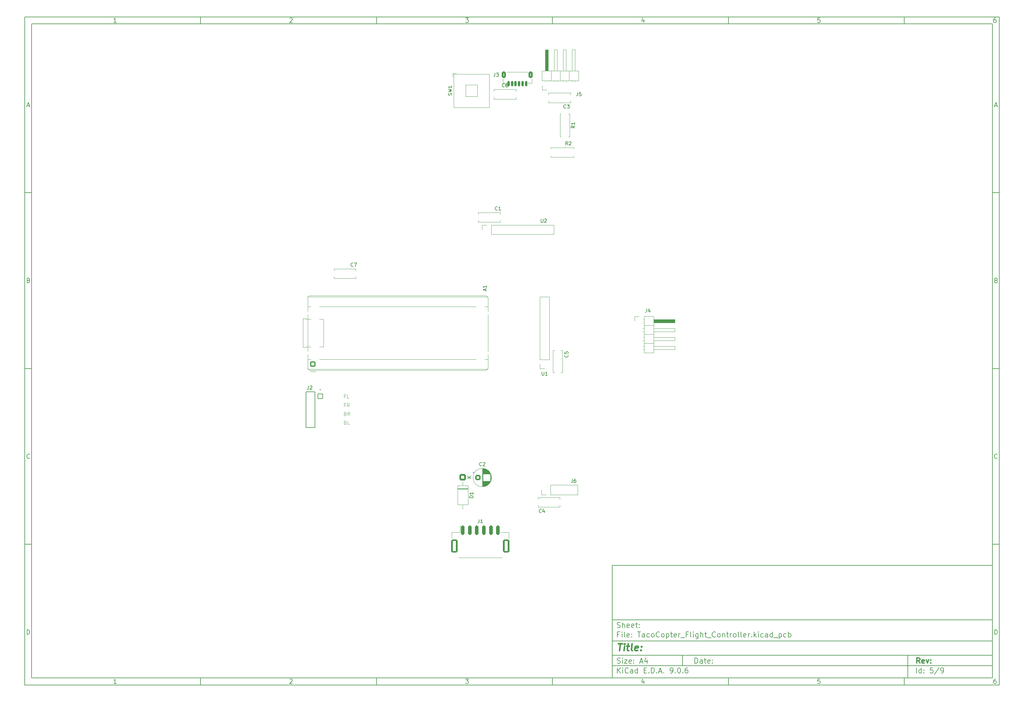
<source format=gto>
%TF.GenerationSoftware,KiCad,Pcbnew,9.0.6*%
%TF.CreationDate,2025-12-23T20:17:24-05:00*%
%TF.ProjectId,TacoCopter_Flight_Controller,5461636f-436f-4707-9465-725f466c6967,rev?*%
%TF.SameCoordinates,Original*%
%TF.FileFunction,Legend,Top*%
%TF.FilePolarity,Positive*%
%FSLAX46Y46*%
G04 Gerber Fmt 4.6, Leading zero omitted, Abs format (unit mm)*
G04 Created by KiCad (PCBNEW 9.0.6) date 2025-12-23 20:17:24*
%MOMM*%
%LPD*%
G01*
G04 APERTURE LIST*
G04 Aperture macros list*
%AMRoundRect*
0 Rectangle with rounded corners*
0 $1 Rounding radius*
0 $2 $3 $4 $5 $6 $7 $8 $9 X,Y pos of 4 corners*
0 Add a 4 corners polygon primitive as box body*
4,1,4,$2,$3,$4,$5,$6,$7,$8,$9,$2,$3,0*
0 Add four circle primitives for the rounded corners*
1,1,$1+$1,$2,$3*
1,1,$1+$1,$4,$5*
1,1,$1+$1,$6,$7*
1,1,$1+$1,$8,$9*
0 Add four rect primitives between the rounded corners*
20,1,$1+$1,$2,$3,$4,$5,0*
20,1,$1+$1,$4,$5,$6,$7,0*
20,1,$1+$1,$6,$7,$8,$9,0*
20,1,$1+$1,$8,$9,$2,$3,0*%
%AMFreePoly0*
4,1,37,0.603843,0.796157,0.639018,0.796157,0.711114,0.766294,0.766294,0.711114,0.796157,0.639018,0.796157,0.603843,0.800000,0.600000,0.800000,-0.600000,0.796157,-0.603843,0.796157,-0.639018,0.766294,-0.711114,0.711114,-0.766294,0.639018,-0.796157,0.603843,-0.796157,0.600000,-0.800000,0.000000,-0.800000,0.000000,-0.796148,-0.078414,-0.796148,-0.232228,-0.765552,-0.377117,-0.705537,
-0.507515,-0.618408,-0.618408,-0.507515,-0.705537,-0.377117,-0.765552,-0.232228,-0.796148,-0.078414,-0.796148,0.078414,-0.765552,0.232228,-0.705537,0.377117,-0.618408,0.507515,-0.507515,0.618408,-0.377117,0.705537,-0.232228,0.765552,-0.078414,0.796148,0.000000,0.796148,0.000000,0.800000,0.600000,0.800000,0.603843,0.796157,0.603843,0.796157,$1*%
%AMFreePoly1*
4,1,37,0.000000,0.796148,0.078414,0.796148,0.232228,0.765552,0.377117,0.705537,0.507515,0.618408,0.618408,0.507515,0.705537,0.377117,0.765552,0.232228,0.796148,0.078414,0.796148,-0.078414,0.765552,-0.232228,0.705537,-0.377117,0.618408,-0.507515,0.507515,-0.618408,0.377117,-0.705537,0.232228,-0.765552,0.078414,-0.796148,0.000000,-0.796148,0.000000,-0.800000,-0.600000,-0.800000,
-0.603843,-0.796157,-0.639018,-0.796157,-0.711114,-0.766294,-0.766294,-0.711114,-0.796157,-0.639018,-0.796157,-0.603843,-0.800000,-0.600000,-0.800000,0.600000,-0.796157,0.603843,-0.796157,0.639018,-0.766294,0.711114,-0.711114,0.766294,-0.639018,0.796157,-0.603843,0.796157,-0.600000,0.800000,0.000000,0.800000,0.000000,0.796148,0.000000,0.796148,$1*%
G04 Aperture macros list end*
%ADD10C,0.100000*%
%ADD11C,0.150000*%
%ADD12C,0.300000*%
%ADD13C,0.400000*%
%ADD14C,0.120000*%
%ADD15C,0.200000*%
%ADD16RoundRect,0.200000X0.600000X-0.600000X0.600000X0.600000X-0.600000X0.600000X-0.600000X-0.600000X0*%
%ADD17C,1.600000*%
%ADD18FreePoly0,90.000000*%
%ADD19FreePoly1,90.000000*%
%ADD20RoundRect,0.150000X-0.150000X-0.625000X0.150000X-0.625000X0.150000X0.625000X-0.150000X0.625000X0*%
%ADD21RoundRect,0.250000X-0.350000X-0.650000X0.350000X-0.650000X0.350000X0.650000X-0.350000X0.650000X0*%
%ADD22R,1.700000X1.700000*%
%ADD23C,1.700000*%
%ADD24RoundRect,0.250000X-0.550000X-0.550000X0.550000X-0.550000X0.550000X0.550000X-0.550000X0.550000X0*%
%ADD25RoundRect,0.250000X-0.250000X-1.100000X0.250000X-1.100000X0.250000X1.100000X-0.250000X1.100000X0*%
%ADD26RoundRect,0.250000X-0.650000X-1.650000X0.650000X-1.650000X0.650000X1.650000X-0.650000X1.650000X0*%
%ADD27RoundRect,0.102000X-0.685000X0.685000X-0.685000X-0.685000X0.685000X-0.685000X0.685000X0.685000X0*%
%ADD28C,1.574000*%
%ADD29RoundRect,0.250000X-0.650000X0.650000X-0.650000X-0.650000X0.650000X-0.650000X0.650000X0.650000X0*%
%ADD30C,1.800000*%
%ADD31R,1.800000X1.800000*%
G04 APERTURE END LIST*
D10*
D11*
X177002200Y-166007200D02*
X285002200Y-166007200D01*
X285002200Y-198007200D01*
X177002200Y-198007200D01*
X177002200Y-166007200D01*
D10*
D11*
X10000000Y-10000000D02*
X287002200Y-10000000D01*
X287002200Y-200007200D01*
X10000000Y-200007200D01*
X10000000Y-10000000D01*
D10*
D11*
X12000000Y-12000000D02*
X285002200Y-12000000D01*
X285002200Y-198007200D01*
X12000000Y-198007200D01*
X12000000Y-12000000D01*
D10*
D11*
X60000000Y-12000000D02*
X60000000Y-10000000D01*
D10*
D11*
X110000000Y-12000000D02*
X110000000Y-10000000D01*
D10*
D11*
X160000000Y-12000000D02*
X160000000Y-10000000D01*
D10*
D11*
X210000000Y-12000000D02*
X210000000Y-10000000D01*
D10*
D11*
X260000000Y-12000000D02*
X260000000Y-10000000D01*
D10*
D11*
X36089160Y-11593604D02*
X35346303Y-11593604D01*
X35717731Y-11593604D02*
X35717731Y-10293604D01*
X35717731Y-10293604D02*
X35593922Y-10479319D01*
X35593922Y-10479319D02*
X35470112Y-10603128D01*
X35470112Y-10603128D02*
X35346303Y-10665033D01*
D10*
D11*
X85346303Y-10417414D02*
X85408207Y-10355509D01*
X85408207Y-10355509D02*
X85532017Y-10293604D01*
X85532017Y-10293604D02*
X85841541Y-10293604D01*
X85841541Y-10293604D02*
X85965350Y-10355509D01*
X85965350Y-10355509D02*
X86027255Y-10417414D01*
X86027255Y-10417414D02*
X86089160Y-10541223D01*
X86089160Y-10541223D02*
X86089160Y-10665033D01*
X86089160Y-10665033D02*
X86027255Y-10850747D01*
X86027255Y-10850747D02*
X85284398Y-11593604D01*
X85284398Y-11593604D02*
X86089160Y-11593604D01*
D10*
D11*
X135284398Y-10293604D02*
X136089160Y-10293604D01*
X136089160Y-10293604D02*
X135655826Y-10788842D01*
X135655826Y-10788842D02*
X135841541Y-10788842D01*
X135841541Y-10788842D02*
X135965350Y-10850747D01*
X135965350Y-10850747D02*
X136027255Y-10912652D01*
X136027255Y-10912652D02*
X136089160Y-11036461D01*
X136089160Y-11036461D02*
X136089160Y-11345985D01*
X136089160Y-11345985D02*
X136027255Y-11469795D01*
X136027255Y-11469795D02*
X135965350Y-11531700D01*
X135965350Y-11531700D02*
X135841541Y-11593604D01*
X135841541Y-11593604D02*
X135470112Y-11593604D01*
X135470112Y-11593604D02*
X135346303Y-11531700D01*
X135346303Y-11531700D02*
X135284398Y-11469795D01*
D10*
D11*
X185965350Y-10726938D02*
X185965350Y-11593604D01*
X185655826Y-10231700D02*
X185346303Y-11160271D01*
X185346303Y-11160271D02*
X186151064Y-11160271D01*
D10*
D11*
X236027255Y-10293604D02*
X235408207Y-10293604D01*
X235408207Y-10293604D02*
X235346303Y-10912652D01*
X235346303Y-10912652D02*
X235408207Y-10850747D01*
X235408207Y-10850747D02*
X235532017Y-10788842D01*
X235532017Y-10788842D02*
X235841541Y-10788842D01*
X235841541Y-10788842D02*
X235965350Y-10850747D01*
X235965350Y-10850747D02*
X236027255Y-10912652D01*
X236027255Y-10912652D02*
X236089160Y-11036461D01*
X236089160Y-11036461D02*
X236089160Y-11345985D01*
X236089160Y-11345985D02*
X236027255Y-11469795D01*
X236027255Y-11469795D02*
X235965350Y-11531700D01*
X235965350Y-11531700D02*
X235841541Y-11593604D01*
X235841541Y-11593604D02*
X235532017Y-11593604D01*
X235532017Y-11593604D02*
X235408207Y-11531700D01*
X235408207Y-11531700D02*
X235346303Y-11469795D01*
D10*
D11*
X285965350Y-10293604D02*
X285717731Y-10293604D01*
X285717731Y-10293604D02*
X285593922Y-10355509D01*
X285593922Y-10355509D02*
X285532017Y-10417414D01*
X285532017Y-10417414D02*
X285408207Y-10603128D01*
X285408207Y-10603128D02*
X285346303Y-10850747D01*
X285346303Y-10850747D02*
X285346303Y-11345985D01*
X285346303Y-11345985D02*
X285408207Y-11469795D01*
X285408207Y-11469795D02*
X285470112Y-11531700D01*
X285470112Y-11531700D02*
X285593922Y-11593604D01*
X285593922Y-11593604D02*
X285841541Y-11593604D01*
X285841541Y-11593604D02*
X285965350Y-11531700D01*
X285965350Y-11531700D02*
X286027255Y-11469795D01*
X286027255Y-11469795D02*
X286089160Y-11345985D01*
X286089160Y-11345985D02*
X286089160Y-11036461D01*
X286089160Y-11036461D02*
X286027255Y-10912652D01*
X286027255Y-10912652D02*
X285965350Y-10850747D01*
X285965350Y-10850747D02*
X285841541Y-10788842D01*
X285841541Y-10788842D02*
X285593922Y-10788842D01*
X285593922Y-10788842D02*
X285470112Y-10850747D01*
X285470112Y-10850747D02*
X285408207Y-10912652D01*
X285408207Y-10912652D02*
X285346303Y-11036461D01*
D10*
D11*
X60000000Y-198007200D02*
X60000000Y-200007200D01*
D10*
D11*
X110000000Y-198007200D02*
X110000000Y-200007200D01*
D10*
D11*
X160000000Y-198007200D02*
X160000000Y-200007200D01*
D10*
D11*
X210000000Y-198007200D02*
X210000000Y-200007200D01*
D10*
D11*
X260000000Y-198007200D02*
X260000000Y-200007200D01*
D10*
D11*
X36089160Y-199600804D02*
X35346303Y-199600804D01*
X35717731Y-199600804D02*
X35717731Y-198300804D01*
X35717731Y-198300804D02*
X35593922Y-198486519D01*
X35593922Y-198486519D02*
X35470112Y-198610328D01*
X35470112Y-198610328D02*
X35346303Y-198672233D01*
D10*
D11*
X85346303Y-198424614D02*
X85408207Y-198362709D01*
X85408207Y-198362709D02*
X85532017Y-198300804D01*
X85532017Y-198300804D02*
X85841541Y-198300804D01*
X85841541Y-198300804D02*
X85965350Y-198362709D01*
X85965350Y-198362709D02*
X86027255Y-198424614D01*
X86027255Y-198424614D02*
X86089160Y-198548423D01*
X86089160Y-198548423D02*
X86089160Y-198672233D01*
X86089160Y-198672233D02*
X86027255Y-198857947D01*
X86027255Y-198857947D02*
X85284398Y-199600804D01*
X85284398Y-199600804D02*
X86089160Y-199600804D01*
D10*
D11*
X135284398Y-198300804D02*
X136089160Y-198300804D01*
X136089160Y-198300804D02*
X135655826Y-198796042D01*
X135655826Y-198796042D02*
X135841541Y-198796042D01*
X135841541Y-198796042D02*
X135965350Y-198857947D01*
X135965350Y-198857947D02*
X136027255Y-198919852D01*
X136027255Y-198919852D02*
X136089160Y-199043661D01*
X136089160Y-199043661D02*
X136089160Y-199353185D01*
X136089160Y-199353185D02*
X136027255Y-199476995D01*
X136027255Y-199476995D02*
X135965350Y-199538900D01*
X135965350Y-199538900D02*
X135841541Y-199600804D01*
X135841541Y-199600804D02*
X135470112Y-199600804D01*
X135470112Y-199600804D02*
X135346303Y-199538900D01*
X135346303Y-199538900D02*
X135284398Y-199476995D01*
D10*
D11*
X185965350Y-198734138D02*
X185965350Y-199600804D01*
X185655826Y-198238900D02*
X185346303Y-199167471D01*
X185346303Y-199167471D02*
X186151064Y-199167471D01*
D10*
D11*
X236027255Y-198300804D02*
X235408207Y-198300804D01*
X235408207Y-198300804D02*
X235346303Y-198919852D01*
X235346303Y-198919852D02*
X235408207Y-198857947D01*
X235408207Y-198857947D02*
X235532017Y-198796042D01*
X235532017Y-198796042D02*
X235841541Y-198796042D01*
X235841541Y-198796042D02*
X235965350Y-198857947D01*
X235965350Y-198857947D02*
X236027255Y-198919852D01*
X236027255Y-198919852D02*
X236089160Y-199043661D01*
X236089160Y-199043661D02*
X236089160Y-199353185D01*
X236089160Y-199353185D02*
X236027255Y-199476995D01*
X236027255Y-199476995D02*
X235965350Y-199538900D01*
X235965350Y-199538900D02*
X235841541Y-199600804D01*
X235841541Y-199600804D02*
X235532017Y-199600804D01*
X235532017Y-199600804D02*
X235408207Y-199538900D01*
X235408207Y-199538900D02*
X235346303Y-199476995D01*
D10*
D11*
X285965350Y-198300804D02*
X285717731Y-198300804D01*
X285717731Y-198300804D02*
X285593922Y-198362709D01*
X285593922Y-198362709D02*
X285532017Y-198424614D01*
X285532017Y-198424614D02*
X285408207Y-198610328D01*
X285408207Y-198610328D02*
X285346303Y-198857947D01*
X285346303Y-198857947D02*
X285346303Y-199353185D01*
X285346303Y-199353185D02*
X285408207Y-199476995D01*
X285408207Y-199476995D02*
X285470112Y-199538900D01*
X285470112Y-199538900D02*
X285593922Y-199600804D01*
X285593922Y-199600804D02*
X285841541Y-199600804D01*
X285841541Y-199600804D02*
X285965350Y-199538900D01*
X285965350Y-199538900D02*
X286027255Y-199476995D01*
X286027255Y-199476995D02*
X286089160Y-199353185D01*
X286089160Y-199353185D02*
X286089160Y-199043661D01*
X286089160Y-199043661D02*
X286027255Y-198919852D01*
X286027255Y-198919852D02*
X285965350Y-198857947D01*
X285965350Y-198857947D02*
X285841541Y-198796042D01*
X285841541Y-198796042D02*
X285593922Y-198796042D01*
X285593922Y-198796042D02*
X285470112Y-198857947D01*
X285470112Y-198857947D02*
X285408207Y-198919852D01*
X285408207Y-198919852D02*
X285346303Y-199043661D01*
D10*
D11*
X10000000Y-60000000D02*
X12000000Y-60000000D01*
D10*
D11*
X10000000Y-110000000D02*
X12000000Y-110000000D01*
D10*
D11*
X10000000Y-160000000D02*
X12000000Y-160000000D01*
D10*
D11*
X10690476Y-35222176D02*
X11309523Y-35222176D01*
X10566666Y-35593604D02*
X10999999Y-34293604D01*
X10999999Y-34293604D02*
X11433333Y-35593604D01*
D10*
D11*
X11092857Y-84912652D02*
X11278571Y-84974557D01*
X11278571Y-84974557D02*
X11340476Y-85036461D01*
X11340476Y-85036461D02*
X11402380Y-85160271D01*
X11402380Y-85160271D02*
X11402380Y-85345985D01*
X11402380Y-85345985D02*
X11340476Y-85469795D01*
X11340476Y-85469795D02*
X11278571Y-85531700D01*
X11278571Y-85531700D02*
X11154761Y-85593604D01*
X11154761Y-85593604D02*
X10659523Y-85593604D01*
X10659523Y-85593604D02*
X10659523Y-84293604D01*
X10659523Y-84293604D02*
X11092857Y-84293604D01*
X11092857Y-84293604D02*
X11216666Y-84355509D01*
X11216666Y-84355509D02*
X11278571Y-84417414D01*
X11278571Y-84417414D02*
X11340476Y-84541223D01*
X11340476Y-84541223D02*
X11340476Y-84665033D01*
X11340476Y-84665033D02*
X11278571Y-84788842D01*
X11278571Y-84788842D02*
X11216666Y-84850747D01*
X11216666Y-84850747D02*
X11092857Y-84912652D01*
X11092857Y-84912652D02*
X10659523Y-84912652D01*
D10*
D11*
X11402380Y-135469795D02*
X11340476Y-135531700D01*
X11340476Y-135531700D02*
X11154761Y-135593604D01*
X11154761Y-135593604D02*
X11030952Y-135593604D01*
X11030952Y-135593604D02*
X10845238Y-135531700D01*
X10845238Y-135531700D02*
X10721428Y-135407890D01*
X10721428Y-135407890D02*
X10659523Y-135284080D01*
X10659523Y-135284080D02*
X10597619Y-135036461D01*
X10597619Y-135036461D02*
X10597619Y-134850747D01*
X10597619Y-134850747D02*
X10659523Y-134603128D01*
X10659523Y-134603128D02*
X10721428Y-134479319D01*
X10721428Y-134479319D02*
X10845238Y-134355509D01*
X10845238Y-134355509D02*
X11030952Y-134293604D01*
X11030952Y-134293604D02*
X11154761Y-134293604D01*
X11154761Y-134293604D02*
X11340476Y-134355509D01*
X11340476Y-134355509D02*
X11402380Y-134417414D01*
D10*
D11*
X10659523Y-185593604D02*
X10659523Y-184293604D01*
X10659523Y-184293604D02*
X10969047Y-184293604D01*
X10969047Y-184293604D02*
X11154761Y-184355509D01*
X11154761Y-184355509D02*
X11278571Y-184479319D01*
X11278571Y-184479319D02*
X11340476Y-184603128D01*
X11340476Y-184603128D02*
X11402380Y-184850747D01*
X11402380Y-184850747D02*
X11402380Y-185036461D01*
X11402380Y-185036461D02*
X11340476Y-185284080D01*
X11340476Y-185284080D02*
X11278571Y-185407890D01*
X11278571Y-185407890D02*
X11154761Y-185531700D01*
X11154761Y-185531700D02*
X10969047Y-185593604D01*
X10969047Y-185593604D02*
X10659523Y-185593604D01*
D10*
D11*
X287002200Y-60000000D02*
X285002200Y-60000000D01*
D10*
D11*
X287002200Y-110000000D02*
X285002200Y-110000000D01*
D10*
D11*
X287002200Y-160000000D02*
X285002200Y-160000000D01*
D10*
D11*
X285692676Y-35222176D02*
X286311723Y-35222176D01*
X285568866Y-35593604D02*
X286002199Y-34293604D01*
X286002199Y-34293604D02*
X286435533Y-35593604D01*
D10*
D11*
X286095057Y-84912652D02*
X286280771Y-84974557D01*
X286280771Y-84974557D02*
X286342676Y-85036461D01*
X286342676Y-85036461D02*
X286404580Y-85160271D01*
X286404580Y-85160271D02*
X286404580Y-85345985D01*
X286404580Y-85345985D02*
X286342676Y-85469795D01*
X286342676Y-85469795D02*
X286280771Y-85531700D01*
X286280771Y-85531700D02*
X286156961Y-85593604D01*
X286156961Y-85593604D02*
X285661723Y-85593604D01*
X285661723Y-85593604D02*
X285661723Y-84293604D01*
X285661723Y-84293604D02*
X286095057Y-84293604D01*
X286095057Y-84293604D02*
X286218866Y-84355509D01*
X286218866Y-84355509D02*
X286280771Y-84417414D01*
X286280771Y-84417414D02*
X286342676Y-84541223D01*
X286342676Y-84541223D02*
X286342676Y-84665033D01*
X286342676Y-84665033D02*
X286280771Y-84788842D01*
X286280771Y-84788842D02*
X286218866Y-84850747D01*
X286218866Y-84850747D02*
X286095057Y-84912652D01*
X286095057Y-84912652D02*
X285661723Y-84912652D01*
D10*
D11*
X286404580Y-135469795D02*
X286342676Y-135531700D01*
X286342676Y-135531700D02*
X286156961Y-135593604D01*
X286156961Y-135593604D02*
X286033152Y-135593604D01*
X286033152Y-135593604D02*
X285847438Y-135531700D01*
X285847438Y-135531700D02*
X285723628Y-135407890D01*
X285723628Y-135407890D02*
X285661723Y-135284080D01*
X285661723Y-135284080D02*
X285599819Y-135036461D01*
X285599819Y-135036461D02*
X285599819Y-134850747D01*
X285599819Y-134850747D02*
X285661723Y-134603128D01*
X285661723Y-134603128D02*
X285723628Y-134479319D01*
X285723628Y-134479319D02*
X285847438Y-134355509D01*
X285847438Y-134355509D02*
X286033152Y-134293604D01*
X286033152Y-134293604D02*
X286156961Y-134293604D01*
X286156961Y-134293604D02*
X286342676Y-134355509D01*
X286342676Y-134355509D02*
X286404580Y-134417414D01*
D10*
D11*
X285661723Y-185593604D02*
X285661723Y-184293604D01*
X285661723Y-184293604D02*
X285971247Y-184293604D01*
X285971247Y-184293604D02*
X286156961Y-184355509D01*
X286156961Y-184355509D02*
X286280771Y-184479319D01*
X286280771Y-184479319D02*
X286342676Y-184603128D01*
X286342676Y-184603128D02*
X286404580Y-184850747D01*
X286404580Y-184850747D02*
X286404580Y-185036461D01*
X286404580Y-185036461D02*
X286342676Y-185284080D01*
X286342676Y-185284080D02*
X286280771Y-185407890D01*
X286280771Y-185407890D02*
X286156961Y-185531700D01*
X286156961Y-185531700D02*
X285971247Y-185593604D01*
X285971247Y-185593604D02*
X285661723Y-185593604D01*
D10*
D11*
X200458026Y-193793328D02*
X200458026Y-192293328D01*
X200458026Y-192293328D02*
X200815169Y-192293328D01*
X200815169Y-192293328D02*
X201029455Y-192364757D01*
X201029455Y-192364757D02*
X201172312Y-192507614D01*
X201172312Y-192507614D02*
X201243741Y-192650471D01*
X201243741Y-192650471D02*
X201315169Y-192936185D01*
X201315169Y-192936185D02*
X201315169Y-193150471D01*
X201315169Y-193150471D02*
X201243741Y-193436185D01*
X201243741Y-193436185D02*
X201172312Y-193579042D01*
X201172312Y-193579042D02*
X201029455Y-193721900D01*
X201029455Y-193721900D02*
X200815169Y-193793328D01*
X200815169Y-193793328D02*
X200458026Y-193793328D01*
X202600884Y-193793328D02*
X202600884Y-193007614D01*
X202600884Y-193007614D02*
X202529455Y-192864757D01*
X202529455Y-192864757D02*
X202386598Y-192793328D01*
X202386598Y-192793328D02*
X202100884Y-192793328D01*
X202100884Y-192793328D02*
X201958026Y-192864757D01*
X202600884Y-193721900D02*
X202458026Y-193793328D01*
X202458026Y-193793328D02*
X202100884Y-193793328D01*
X202100884Y-193793328D02*
X201958026Y-193721900D01*
X201958026Y-193721900D02*
X201886598Y-193579042D01*
X201886598Y-193579042D02*
X201886598Y-193436185D01*
X201886598Y-193436185D02*
X201958026Y-193293328D01*
X201958026Y-193293328D02*
X202100884Y-193221900D01*
X202100884Y-193221900D02*
X202458026Y-193221900D01*
X202458026Y-193221900D02*
X202600884Y-193150471D01*
X203100884Y-192793328D02*
X203672312Y-192793328D01*
X203315169Y-192293328D02*
X203315169Y-193579042D01*
X203315169Y-193579042D02*
X203386598Y-193721900D01*
X203386598Y-193721900D02*
X203529455Y-193793328D01*
X203529455Y-193793328D02*
X203672312Y-193793328D01*
X204743741Y-193721900D02*
X204600884Y-193793328D01*
X204600884Y-193793328D02*
X204315170Y-193793328D01*
X204315170Y-193793328D02*
X204172312Y-193721900D01*
X204172312Y-193721900D02*
X204100884Y-193579042D01*
X204100884Y-193579042D02*
X204100884Y-193007614D01*
X204100884Y-193007614D02*
X204172312Y-192864757D01*
X204172312Y-192864757D02*
X204315170Y-192793328D01*
X204315170Y-192793328D02*
X204600884Y-192793328D01*
X204600884Y-192793328D02*
X204743741Y-192864757D01*
X204743741Y-192864757D02*
X204815170Y-193007614D01*
X204815170Y-193007614D02*
X204815170Y-193150471D01*
X204815170Y-193150471D02*
X204100884Y-193293328D01*
X205458026Y-193650471D02*
X205529455Y-193721900D01*
X205529455Y-193721900D02*
X205458026Y-193793328D01*
X205458026Y-193793328D02*
X205386598Y-193721900D01*
X205386598Y-193721900D02*
X205458026Y-193650471D01*
X205458026Y-193650471D02*
X205458026Y-193793328D01*
X205458026Y-192864757D02*
X205529455Y-192936185D01*
X205529455Y-192936185D02*
X205458026Y-193007614D01*
X205458026Y-193007614D02*
X205386598Y-192936185D01*
X205386598Y-192936185D02*
X205458026Y-192864757D01*
X205458026Y-192864757D02*
X205458026Y-193007614D01*
D10*
D11*
X177002200Y-194507200D02*
X285002200Y-194507200D01*
D10*
D11*
X178458026Y-196593328D02*
X178458026Y-195093328D01*
X179315169Y-196593328D02*
X178672312Y-195736185D01*
X179315169Y-195093328D02*
X178458026Y-195950471D01*
X179958026Y-196593328D02*
X179958026Y-195593328D01*
X179958026Y-195093328D02*
X179886598Y-195164757D01*
X179886598Y-195164757D02*
X179958026Y-195236185D01*
X179958026Y-195236185D02*
X180029455Y-195164757D01*
X180029455Y-195164757D02*
X179958026Y-195093328D01*
X179958026Y-195093328D02*
X179958026Y-195236185D01*
X181529455Y-196450471D02*
X181458027Y-196521900D01*
X181458027Y-196521900D02*
X181243741Y-196593328D01*
X181243741Y-196593328D02*
X181100884Y-196593328D01*
X181100884Y-196593328D02*
X180886598Y-196521900D01*
X180886598Y-196521900D02*
X180743741Y-196379042D01*
X180743741Y-196379042D02*
X180672312Y-196236185D01*
X180672312Y-196236185D02*
X180600884Y-195950471D01*
X180600884Y-195950471D02*
X180600884Y-195736185D01*
X180600884Y-195736185D02*
X180672312Y-195450471D01*
X180672312Y-195450471D02*
X180743741Y-195307614D01*
X180743741Y-195307614D02*
X180886598Y-195164757D01*
X180886598Y-195164757D02*
X181100884Y-195093328D01*
X181100884Y-195093328D02*
X181243741Y-195093328D01*
X181243741Y-195093328D02*
X181458027Y-195164757D01*
X181458027Y-195164757D02*
X181529455Y-195236185D01*
X182815170Y-196593328D02*
X182815170Y-195807614D01*
X182815170Y-195807614D02*
X182743741Y-195664757D01*
X182743741Y-195664757D02*
X182600884Y-195593328D01*
X182600884Y-195593328D02*
X182315170Y-195593328D01*
X182315170Y-195593328D02*
X182172312Y-195664757D01*
X182815170Y-196521900D02*
X182672312Y-196593328D01*
X182672312Y-196593328D02*
X182315170Y-196593328D01*
X182315170Y-196593328D02*
X182172312Y-196521900D01*
X182172312Y-196521900D02*
X182100884Y-196379042D01*
X182100884Y-196379042D02*
X182100884Y-196236185D01*
X182100884Y-196236185D02*
X182172312Y-196093328D01*
X182172312Y-196093328D02*
X182315170Y-196021900D01*
X182315170Y-196021900D02*
X182672312Y-196021900D01*
X182672312Y-196021900D02*
X182815170Y-195950471D01*
X184172313Y-196593328D02*
X184172313Y-195093328D01*
X184172313Y-196521900D02*
X184029455Y-196593328D01*
X184029455Y-196593328D02*
X183743741Y-196593328D01*
X183743741Y-196593328D02*
X183600884Y-196521900D01*
X183600884Y-196521900D02*
X183529455Y-196450471D01*
X183529455Y-196450471D02*
X183458027Y-196307614D01*
X183458027Y-196307614D02*
X183458027Y-195879042D01*
X183458027Y-195879042D02*
X183529455Y-195736185D01*
X183529455Y-195736185D02*
X183600884Y-195664757D01*
X183600884Y-195664757D02*
X183743741Y-195593328D01*
X183743741Y-195593328D02*
X184029455Y-195593328D01*
X184029455Y-195593328D02*
X184172313Y-195664757D01*
X186029455Y-195807614D02*
X186529455Y-195807614D01*
X186743741Y-196593328D02*
X186029455Y-196593328D01*
X186029455Y-196593328D02*
X186029455Y-195093328D01*
X186029455Y-195093328D02*
X186743741Y-195093328D01*
X187386598Y-196450471D02*
X187458027Y-196521900D01*
X187458027Y-196521900D02*
X187386598Y-196593328D01*
X187386598Y-196593328D02*
X187315170Y-196521900D01*
X187315170Y-196521900D02*
X187386598Y-196450471D01*
X187386598Y-196450471D02*
X187386598Y-196593328D01*
X188100884Y-196593328D02*
X188100884Y-195093328D01*
X188100884Y-195093328D02*
X188458027Y-195093328D01*
X188458027Y-195093328D02*
X188672313Y-195164757D01*
X188672313Y-195164757D02*
X188815170Y-195307614D01*
X188815170Y-195307614D02*
X188886599Y-195450471D01*
X188886599Y-195450471D02*
X188958027Y-195736185D01*
X188958027Y-195736185D02*
X188958027Y-195950471D01*
X188958027Y-195950471D02*
X188886599Y-196236185D01*
X188886599Y-196236185D02*
X188815170Y-196379042D01*
X188815170Y-196379042D02*
X188672313Y-196521900D01*
X188672313Y-196521900D02*
X188458027Y-196593328D01*
X188458027Y-196593328D02*
X188100884Y-196593328D01*
X189600884Y-196450471D02*
X189672313Y-196521900D01*
X189672313Y-196521900D02*
X189600884Y-196593328D01*
X189600884Y-196593328D02*
X189529456Y-196521900D01*
X189529456Y-196521900D02*
X189600884Y-196450471D01*
X189600884Y-196450471D02*
X189600884Y-196593328D01*
X190243742Y-196164757D02*
X190958028Y-196164757D01*
X190100885Y-196593328D02*
X190600885Y-195093328D01*
X190600885Y-195093328D02*
X191100885Y-196593328D01*
X191600884Y-196450471D02*
X191672313Y-196521900D01*
X191672313Y-196521900D02*
X191600884Y-196593328D01*
X191600884Y-196593328D02*
X191529456Y-196521900D01*
X191529456Y-196521900D02*
X191600884Y-196450471D01*
X191600884Y-196450471D02*
X191600884Y-196593328D01*
X193529456Y-196593328D02*
X193815170Y-196593328D01*
X193815170Y-196593328D02*
X193958027Y-196521900D01*
X193958027Y-196521900D02*
X194029456Y-196450471D01*
X194029456Y-196450471D02*
X194172313Y-196236185D01*
X194172313Y-196236185D02*
X194243742Y-195950471D01*
X194243742Y-195950471D02*
X194243742Y-195379042D01*
X194243742Y-195379042D02*
X194172313Y-195236185D01*
X194172313Y-195236185D02*
X194100885Y-195164757D01*
X194100885Y-195164757D02*
X193958027Y-195093328D01*
X193958027Y-195093328D02*
X193672313Y-195093328D01*
X193672313Y-195093328D02*
X193529456Y-195164757D01*
X193529456Y-195164757D02*
X193458027Y-195236185D01*
X193458027Y-195236185D02*
X193386599Y-195379042D01*
X193386599Y-195379042D02*
X193386599Y-195736185D01*
X193386599Y-195736185D02*
X193458027Y-195879042D01*
X193458027Y-195879042D02*
X193529456Y-195950471D01*
X193529456Y-195950471D02*
X193672313Y-196021900D01*
X193672313Y-196021900D02*
X193958027Y-196021900D01*
X193958027Y-196021900D02*
X194100885Y-195950471D01*
X194100885Y-195950471D02*
X194172313Y-195879042D01*
X194172313Y-195879042D02*
X194243742Y-195736185D01*
X194886598Y-196450471D02*
X194958027Y-196521900D01*
X194958027Y-196521900D02*
X194886598Y-196593328D01*
X194886598Y-196593328D02*
X194815170Y-196521900D01*
X194815170Y-196521900D02*
X194886598Y-196450471D01*
X194886598Y-196450471D02*
X194886598Y-196593328D01*
X195886599Y-195093328D02*
X196029456Y-195093328D01*
X196029456Y-195093328D02*
X196172313Y-195164757D01*
X196172313Y-195164757D02*
X196243742Y-195236185D01*
X196243742Y-195236185D02*
X196315170Y-195379042D01*
X196315170Y-195379042D02*
X196386599Y-195664757D01*
X196386599Y-195664757D02*
X196386599Y-196021900D01*
X196386599Y-196021900D02*
X196315170Y-196307614D01*
X196315170Y-196307614D02*
X196243742Y-196450471D01*
X196243742Y-196450471D02*
X196172313Y-196521900D01*
X196172313Y-196521900D02*
X196029456Y-196593328D01*
X196029456Y-196593328D02*
X195886599Y-196593328D01*
X195886599Y-196593328D02*
X195743742Y-196521900D01*
X195743742Y-196521900D02*
X195672313Y-196450471D01*
X195672313Y-196450471D02*
X195600884Y-196307614D01*
X195600884Y-196307614D02*
X195529456Y-196021900D01*
X195529456Y-196021900D02*
X195529456Y-195664757D01*
X195529456Y-195664757D02*
X195600884Y-195379042D01*
X195600884Y-195379042D02*
X195672313Y-195236185D01*
X195672313Y-195236185D02*
X195743742Y-195164757D01*
X195743742Y-195164757D02*
X195886599Y-195093328D01*
X197029455Y-196450471D02*
X197100884Y-196521900D01*
X197100884Y-196521900D02*
X197029455Y-196593328D01*
X197029455Y-196593328D02*
X196958027Y-196521900D01*
X196958027Y-196521900D02*
X197029455Y-196450471D01*
X197029455Y-196450471D02*
X197029455Y-196593328D01*
X198386599Y-195093328D02*
X198100884Y-195093328D01*
X198100884Y-195093328D02*
X197958027Y-195164757D01*
X197958027Y-195164757D02*
X197886599Y-195236185D01*
X197886599Y-195236185D02*
X197743741Y-195450471D01*
X197743741Y-195450471D02*
X197672313Y-195736185D01*
X197672313Y-195736185D02*
X197672313Y-196307614D01*
X197672313Y-196307614D02*
X197743741Y-196450471D01*
X197743741Y-196450471D02*
X197815170Y-196521900D01*
X197815170Y-196521900D02*
X197958027Y-196593328D01*
X197958027Y-196593328D02*
X198243741Y-196593328D01*
X198243741Y-196593328D02*
X198386599Y-196521900D01*
X198386599Y-196521900D02*
X198458027Y-196450471D01*
X198458027Y-196450471D02*
X198529456Y-196307614D01*
X198529456Y-196307614D02*
X198529456Y-195950471D01*
X198529456Y-195950471D02*
X198458027Y-195807614D01*
X198458027Y-195807614D02*
X198386599Y-195736185D01*
X198386599Y-195736185D02*
X198243741Y-195664757D01*
X198243741Y-195664757D02*
X197958027Y-195664757D01*
X197958027Y-195664757D02*
X197815170Y-195736185D01*
X197815170Y-195736185D02*
X197743741Y-195807614D01*
X197743741Y-195807614D02*
X197672313Y-195950471D01*
D10*
D11*
X177002200Y-191507200D02*
X285002200Y-191507200D01*
D10*
D12*
X264413853Y-193785528D02*
X263913853Y-193071242D01*
X263556710Y-193785528D02*
X263556710Y-192285528D01*
X263556710Y-192285528D02*
X264128139Y-192285528D01*
X264128139Y-192285528D02*
X264270996Y-192356957D01*
X264270996Y-192356957D02*
X264342425Y-192428385D01*
X264342425Y-192428385D02*
X264413853Y-192571242D01*
X264413853Y-192571242D02*
X264413853Y-192785528D01*
X264413853Y-192785528D02*
X264342425Y-192928385D01*
X264342425Y-192928385D02*
X264270996Y-192999814D01*
X264270996Y-192999814D02*
X264128139Y-193071242D01*
X264128139Y-193071242D02*
X263556710Y-193071242D01*
X265628139Y-193714100D02*
X265485282Y-193785528D01*
X265485282Y-193785528D02*
X265199568Y-193785528D01*
X265199568Y-193785528D02*
X265056710Y-193714100D01*
X265056710Y-193714100D02*
X264985282Y-193571242D01*
X264985282Y-193571242D02*
X264985282Y-192999814D01*
X264985282Y-192999814D02*
X265056710Y-192856957D01*
X265056710Y-192856957D02*
X265199568Y-192785528D01*
X265199568Y-192785528D02*
X265485282Y-192785528D01*
X265485282Y-192785528D02*
X265628139Y-192856957D01*
X265628139Y-192856957D02*
X265699568Y-192999814D01*
X265699568Y-192999814D02*
X265699568Y-193142671D01*
X265699568Y-193142671D02*
X264985282Y-193285528D01*
X266199567Y-192785528D02*
X266556710Y-193785528D01*
X266556710Y-193785528D02*
X266913853Y-192785528D01*
X267485281Y-193642671D02*
X267556710Y-193714100D01*
X267556710Y-193714100D02*
X267485281Y-193785528D01*
X267485281Y-193785528D02*
X267413853Y-193714100D01*
X267413853Y-193714100D02*
X267485281Y-193642671D01*
X267485281Y-193642671D02*
X267485281Y-193785528D01*
X267485281Y-192856957D02*
X267556710Y-192928385D01*
X267556710Y-192928385D02*
X267485281Y-192999814D01*
X267485281Y-192999814D02*
X267413853Y-192928385D01*
X267413853Y-192928385D02*
X267485281Y-192856957D01*
X267485281Y-192856957D02*
X267485281Y-192999814D01*
D10*
D11*
X178386598Y-193721900D02*
X178600884Y-193793328D01*
X178600884Y-193793328D02*
X178958026Y-193793328D01*
X178958026Y-193793328D02*
X179100884Y-193721900D01*
X179100884Y-193721900D02*
X179172312Y-193650471D01*
X179172312Y-193650471D02*
X179243741Y-193507614D01*
X179243741Y-193507614D02*
X179243741Y-193364757D01*
X179243741Y-193364757D02*
X179172312Y-193221900D01*
X179172312Y-193221900D02*
X179100884Y-193150471D01*
X179100884Y-193150471D02*
X178958026Y-193079042D01*
X178958026Y-193079042D02*
X178672312Y-193007614D01*
X178672312Y-193007614D02*
X178529455Y-192936185D01*
X178529455Y-192936185D02*
X178458026Y-192864757D01*
X178458026Y-192864757D02*
X178386598Y-192721900D01*
X178386598Y-192721900D02*
X178386598Y-192579042D01*
X178386598Y-192579042D02*
X178458026Y-192436185D01*
X178458026Y-192436185D02*
X178529455Y-192364757D01*
X178529455Y-192364757D02*
X178672312Y-192293328D01*
X178672312Y-192293328D02*
X179029455Y-192293328D01*
X179029455Y-192293328D02*
X179243741Y-192364757D01*
X179886597Y-193793328D02*
X179886597Y-192793328D01*
X179886597Y-192293328D02*
X179815169Y-192364757D01*
X179815169Y-192364757D02*
X179886597Y-192436185D01*
X179886597Y-192436185D02*
X179958026Y-192364757D01*
X179958026Y-192364757D02*
X179886597Y-192293328D01*
X179886597Y-192293328D02*
X179886597Y-192436185D01*
X180458026Y-192793328D02*
X181243741Y-192793328D01*
X181243741Y-192793328D02*
X180458026Y-193793328D01*
X180458026Y-193793328D02*
X181243741Y-193793328D01*
X182386598Y-193721900D02*
X182243741Y-193793328D01*
X182243741Y-193793328D02*
X181958027Y-193793328D01*
X181958027Y-193793328D02*
X181815169Y-193721900D01*
X181815169Y-193721900D02*
X181743741Y-193579042D01*
X181743741Y-193579042D02*
X181743741Y-193007614D01*
X181743741Y-193007614D02*
X181815169Y-192864757D01*
X181815169Y-192864757D02*
X181958027Y-192793328D01*
X181958027Y-192793328D02*
X182243741Y-192793328D01*
X182243741Y-192793328D02*
X182386598Y-192864757D01*
X182386598Y-192864757D02*
X182458027Y-193007614D01*
X182458027Y-193007614D02*
X182458027Y-193150471D01*
X182458027Y-193150471D02*
X181743741Y-193293328D01*
X183100883Y-193650471D02*
X183172312Y-193721900D01*
X183172312Y-193721900D02*
X183100883Y-193793328D01*
X183100883Y-193793328D02*
X183029455Y-193721900D01*
X183029455Y-193721900D02*
X183100883Y-193650471D01*
X183100883Y-193650471D02*
X183100883Y-193793328D01*
X183100883Y-192864757D02*
X183172312Y-192936185D01*
X183172312Y-192936185D02*
X183100883Y-193007614D01*
X183100883Y-193007614D02*
X183029455Y-192936185D01*
X183029455Y-192936185D02*
X183100883Y-192864757D01*
X183100883Y-192864757D02*
X183100883Y-193007614D01*
X184886598Y-193364757D02*
X185600884Y-193364757D01*
X184743741Y-193793328D02*
X185243741Y-192293328D01*
X185243741Y-192293328D02*
X185743741Y-193793328D01*
X186886598Y-192793328D02*
X186886598Y-193793328D01*
X186529455Y-192221900D02*
X186172312Y-193293328D01*
X186172312Y-193293328D02*
X187100883Y-193293328D01*
D10*
D11*
X263458026Y-196593328D02*
X263458026Y-195093328D01*
X264815170Y-196593328D02*
X264815170Y-195093328D01*
X264815170Y-196521900D02*
X264672312Y-196593328D01*
X264672312Y-196593328D02*
X264386598Y-196593328D01*
X264386598Y-196593328D02*
X264243741Y-196521900D01*
X264243741Y-196521900D02*
X264172312Y-196450471D01*
X264172312Y-196450471D02*
X264100884Y-196307614D01*
X264100884Y-196307614D02*
X264100884Y-195879042D01*
X264100884Y-195879042D02*
X264172312Y-195736185D01*
X264172312Y-195736185D02*
X264243741Y-195664757D01*
X264243741Y-195664757D02*
X264386598Y-195593328D01*
X264386598Y-195593328D02*
X264672312Y-195593328D01*
X264672312Y-195593328D02*
X264815170Y-195664757D01*
X265529455Y-196450471D02*
X265600884Y-196521900D01*
X265600884Y-196521900D02*
X265529455Y-196593328D01*
X265529455Y-196593328D02*
X265458027Y-196521900D01*
X265458027Y-196521900D02*
X265529455Y-196450471D01*
X265529455Y-196450471D02*
X265529455Y-196593328D01*
X265529455Y-195664757D02*
X265600884Y-195736185D01*
X265600884Y-195736185D02*
X265529455Y-195807614D01*
X265529455Y-195807614D02*
X265458027Y-195736185D01*
X265458027Y-195736185D02*
X265529455Y-195664757D01*
X265529455Y-195664757D02*
X265529455Y-195807614D01*
X268100884Y-195093328D02*
X267386598Y-195093328D01*
X267386598Y-195093328D02*
X267315170Y-195807614D01*
X267315170Y-195807614D02*
X267386598Y-195736185D01*
X267386598Y-195736185D02*
X267529456Y-195664757D01*
X267529456Y-195664757D02*
X267886598Y-195664757D01*
X267886598Y-195664757D02*
X268029456Y-195736185D01*
X268029456Y-195736185D02*
X268100884Y-195807614D01*
X268100884Y-195807614D02*
X268172313Y-195950471D01*
X268172313Y-195950471D02*
X268172313Y-196307614D01*
X268172313Y-196307614D02*
X268100884Y-196450471D01*
X268100884Y-196450471D02*
X268029456Y-196521900D01*
X268029456Y-196521900D02*
X267886598Y-196593328D01*
X267886598Y-196593328D02*
X267529456Y-196593328D01*
X267529456Y-196593328D02*
X267386598Y-196521900D01*
X267386598Y-196521900D02*
X267315170Y-196450471D01*
X269886598Y-195021900D02*
X268600884Y-196950471D01*
X270458027Y-196593328D02*
X270743741Y-196593328D01*
X270743741Y-196593328D02*
X270886598Y-196521900D01*
X270886598Y-196521900D02*
X270958027Y-196450471D01*
X270958027Y-196450471D02*
X271100884Y-196236185D01*
X271100884Y-196236185D02*
X271172313Y-195950471D01*
X271172313Y-195950471D02*
X271172313Y-195379042D01*
X271172313Y-195379042D02*
X271100884Y-195236185D01*
X271100884Y-195236185D02*
X271029456Y-195164757D01*
X271029456Y-195164757D02*
X270886598Y-195093328D01*
X270886598Y-195093328D02*
X270600884Y-195093328D01*
X270600884Y-195093328D02*
X270458027Y-195164757D01*
X270458027Y-195164757D02*
X270386598Y-195236185D01*
X270386598Y-195236185D02*
X270315170Y-195379042D01*
X270315170Y-195379042D02*
X270315170Y-195736185D01*
X270315170Y-195736185D02*
X270386598Y-195879042D01*
X270386598Y-195879042D02*
X270458027Y-195950471D01*
X270458027Y-195950471D02*
X270600884Y-196021900D01*
X270600884Y-196021900D02*
X270886598Y-196021900D01*
X270886598Y-196021900D02*
X271029456Y-195950471D01*
X271029456Y-195950471D02*
X271100884Y-195879042D01*
X271100884Y-195879042D02*
X271172313Y-195736185D01*
D10*
D11*
X177002200Y-187507200D02*
X285002200Y-187507200D01*
D10*
D13*
X178693928Y-188211638D02*
X179836785Y-188211638D01*
X179015357Y-190211638D02*
X179265357Y-188211638D01*
X180253452Y-190211638D02*
X180420119Y-188878304D01*
X180503452Y-188211638D02*
X180396309Y-188306876D01*
X180396309Y-188306876D02*
X180479643Y-188402114D01*
X180479643Y-188402114D02*
X180586786Y-188306876D01*
X180586786Y-188306876D02*
X180503452Y-188211638D01*
X180503452Y-188211638D02*
X180479643Y-188402114D01*
X181086786Y-188878304D02*
X181848690Y-188878304D01*
X181455833Y-188211638D02*
X181241548Y-189925923D01*
X181241548Y-189925923D02*
X181312976Y-190116400D01*
X181312976Y-190116400D02*
X181491548Y-190211638D01*
X181491548Y-190211638D02*
X181682024Y-190211638D01*
X182634405Y-190211638D02*
X182455833Y-190116400D01*
X182455833Y-190116400D02*
X182384405Y-189925923D01*
X182384405Y-189925923D02*
X182598690Y-188211638D01*
X184170119Y-190116400D02*
X183967738Y-190211638D01*
X183967738Y-190211638D02*
X183586785Y-190211638D01*
X183586785Y-190211638D02*
X183408214Y-190116400D01*
X183408214Y-190116400D02*
X183336785Y-189925923D01*
X183336785Y-189925923D02*
X183432024Y-189164019D01*
X183432024Y-189164019D02*
X183551071Y-188973542D01*
X183551071Y-188973542D02*
X183753452Y-188878304D01*
X183753452Y-188878304D02*
X184134404Y-188878304D01*
X184134404Y-188878304D02*
X184312976Y-188973542D01*
X184312976Y-188973542D02*
X184384404Y-189164019D01*
X184384404Y-189164019D02*
X184360595Y-189354495D01*
X184360595Y-189354495D02*
X183384404Y-189544971D01*
X185134405Y-190021161D02*
X185217738Y-190116400D01*
X185217738Y-190116400D02*
X185110595Y-190211638D01*
X185110595Y-190211638D02*
X185027262Y-190116400D01*
X185027262Y-190116400D02*
X185134405Y-190021161D01*
X185134405Y-190021161D02*
X185110595Y-190211638D01*
X185265357Y-188973542D02*
X185348690Y-189068780D01*
X185348690Y-189068780D02*
X185241548Y-189164019D01*
X185241548Y-189164019D02*
X185158214Y-189068780D01*
X185158214Y-189068780D02*
X185265357Y-188973542D01*
X185265357Y-188973542D02*
X185241548Y-189164019D01*
D10*
D11*
X178958026Y-185607614D02*
X178458026Y-185607614D01*
X178458026Y-186393328D02*
X178458026Y-184893328D01*
X178458026Y-184893328D02*
X179172312Y-184893328D01*
X179743740Y-186393328D02*
X179743740Y-185393328D01*
X179743740Y-184893328D02*
X179672312Y-184964757D01*
X179672312Y-184964757D02*
X179743740Y-185036185D01*
X179743740Y-185036185D02*
X179815169Y-184964757D01*
X179815169Y-184964757D02*
X179743740Y-184893328D01*
X179743740Y-184893328D02*
X179743740Y-185036185D01*
X180672312Y-186393328D02*
X180529455Y-186321900D01*
X180529455Y-186321900D02*
X180458026Y-186179042D01*
X180458026Y-186179042D02*
X180458026Y-184893328D01*
X181815169Y-186321900D02*
X181672312Y-186393328D01*
X181672312Y-186393328D02*
X181386598Y-186393328D01*
X181386598Y-186393328D02*
X181243740Y-186321900D01*
X181243740Y-186321900D02*
X181172312Y-186179042D01*
X181172312Y-186179042D02*
X181172312Y-185607614D01*
X181172312Y-185607614D02*
X181243740Y-185464757D01*
X181243740Y-185464757D02*
X181386598Y-185393328D01*
X181386598Y-185393328D02*
X181672312Y-185393328D01*
X181672312Y-185393328D02*
X181815169Y-185464757D01*
X181815169Y-185464757D02*
X181886598Y-185607614D01*
X181886598Y-185607614D02*
X181886598Y-185750471D01*
X181886598Y-185750471D02*
X181172312Y-185893328D01*
X182529454Y-186250471D02*
X182600883Y-186321900D01*
X182600883Y-186321900D02*
X182529454Y-186393328D01*
X182529454Y-186393328D02*
X182458026Y-186321900D01*
X182458026Y-186321900D02*
X182529454Y-186250471D01*
X182529454Y-186250471D02*
X182529454Y-186393328D01*
X182529454Y-185464757D02*
X182600883Y-185536185D01*
X182600883Y-185536185D02*
X182529454Y-185607614D01*
X182529454Y-185607614D02*
X182458026Y-185536185D01*
X182458026Y-185536185D02*
X182529454Y-185464757D01*
X182529454Y-185464757D02*
X182529454Y-185607614D01*
X184172312Y-184893328D02*
X185029455Y-184893328D01*
X184600883Y-186393328D02*
X184600883Y-184893328D01*
X186172312Y-186393328D02*
X186172312Y-185607614D01*
X186172312Y-185607614D02*
X186100883Y-185464757D01*
X186100883Y-185464757D02*
X185958026Y-185393328D01*
X185958026Y-185393328D02*
X185672312Y-185393328D01*
X185672312Y-185393328D02*
X185529454Y-185464757D01*
X186172312Y-186321900D02*
X186029454Y-186393328D01*
X186029454Y-186393328D02*
X185672312Y-186393328D01*
X185672312Y-186393328D02*
X185529454Y-186321900D01*
X185529454Y-186321900D02*
X185458026Y-186179042D01*
X185458026Y-186179042D02*
X185458026Y-186036185D01*
X185458026Y-186036185D02*
X185529454Y-185893328D01*
X185529454Y-185893328D02*
X185672312Y-185821900D01*
X185672312Y-185821900D02*
X186029454Y-185821900D01*
X186029454Y-185821900D02*
X186172312Y-185750471D01*
X187529455Y-186321900D02*
X187386597Y-186393328D01*
X187386597Y-186393328D02*
X187100883Y-186393328D01*
X187100883Y-186393328D02*
X186958026Y-186321900D01*
X186958026Y-186321900D02*
X186886597Y-186250471D01*
X186886597Y-186250471D02*
X186815169Y-186107614D01*
X186815169Y-186107614D02*
X186815169Y-185679042D01*
X186815169Y-185679042D02*
X186886597Y-185536185D01*
X186886597Y-185536185D02*
X186958026Y-185464757D01*
X186958026Y-185464757D02*
X187100883Y-185393328D01*
X187100883Y-185393328D02*
X187386597Y-185393328D01*
X187386597Y-185393328D02*
X187529455Y-185464757D01*
X188386597Y-186393328D02*
X188243740Y-186321900D01*
X188243740Y-186321900D02*
X188172311Y-186250471D01*
X188172311Y-186250471D02*
X188100883Y-186107614D01*
X188100883Y-186107614D02*
X188100883Y-185679042D01*
X188100883Y-185679042D02*
X188172311Y-185536185D01*
X188172311Y-185536185D02*
X188243740Y-185464757D01*
X188243740Y-185464757D02*
X188386597Y-185393328D01*
X188386597Y-185393328D02*
X188600883Y-185393328D01*
X188600883Y-185393328D02*
X188743740Y-185464757D01*
X188743740Y-185464757D02*
X188815169Y-185536185D01*
X188815169Y-185536185D02*
X188886597Y-185679042D01*
X188886597Y-185679042D02*
X188886597Y-186107614D01*
X188886597Y-186107614D02*
X188815169Y-186250471D01*
X188815169Y-186250471D02*
X188743740Y-186321900D01*
X188743740Y-186321900D02*
X188600883Y-186393328D01*
X188600883Y-186393328D02*
X188386597Y-186393328D01*
X190386597Y-186250471D02*
X190315169Y-186321900D01*
X190315169Y-186321900D02*
X190100883Y-186393328D01*
X190100883Y-186393328D02*
X189958026Y-186393328D01*
X189958026Y-186393328D02*
X189743740Y-186321900D01*
X189743740Y-186321900D02*
X189600883Y-186179042D01*
X189600883Y-186179042D02*
X189529454Y-186036185D01*
X189529454Y-186036185D02*
X189458026Y-185750471D01*
X189458026Y-185750471D02*
X189458026Y-185536185D01*
X189458026Y-185536185D02*
X189529454Y-185250471D01*
X189529454Y-185250471D02*
X189600883Y-185107614D01*
X189600883Y-185107614D02*
X189743740Y-184964757D01*
X189743740Y-184964757D02*
X189958026Y-184893328D01*
X189958026Y-184893328D02*
X190100883Y-184893328D01*
X190100883Y-184893328D02*
X190315169Y-184964757D01*
X190315169Y-184964757D02*
X190386597Y-185036185D01*
X191243740Y-186393328D02*
X191100883Y-186321900D01*
X191100883Y-186321900D02*
X191029454Y-186250471D01*
X191029454Y-186250471D02*
X190958026Y-186107614D01*
X190958026Y-186107614D02*
X190958026Y-185679042D01*
X190958026Y-185679042D02*
X191029454Y-185536185D01*
X191029454Y-185536185D02*
X191100883Y-185464757D01*
X191100883Y-185464757D02*
X191243740Y-185393328D01*
X191243740Y-185393328D02*
X191458026Y-185393328D01*
X191458026Y-185393328D02*
X191600883Y-185464757D01*
X191600883Y-185464757D02*
X191672312Y-185536185D01*
X191672312Y-185536185D02*
X191743740Y-185679042D01*
X191743740Y-185679042D02*
X191743740Y-186107614D01*
X191743740Y-186107614D02*
X191672312Y-186250471D01*
X191672312Y-186250471D02*
X191600883Y-186321900D01*
X191600883Y-186321900D02*
X191458026Y-186393328D01*
X191458026Y-186393328D02*
X191243740Y-186393328D01*
X192386597Y-185393328D02*
X192386597Y-186893328D01*
X192386597Y-185464757D02*
X192529455Y-185393328D01*
X192529455Y-185393328D02*
X192815169Y-185393328D01*
X192815169Y-185393328D02*
X192958026Y-185464757D01*
X192958026Y-185464757D02*
X193029455Y-185536185D01*
X193029455Y-185536185D02*
X193100883Y-185679042D01*
X193100883Y-185679042D02*
X193100883Y-186107614D01*
X193100883Y-186107614D02*
X193029455Y-186250471D01*
X193029455Y-186250471D02*
X192958026Y-186321900D01*
X192958026Y-186321900D02*
X192815169Y-186393328D01*
X192815169Y-186393328D02*
X192529455Y-186393328D01*
X192529455Y-186393328D02*
X192386597Y-186321900D01*
X193529455Y-185393328D02*
X194100883Y-185393328D01*
X193743740Y-184893328D02*
X193743740Y-186179042D01*
X193743740Y-186179042D02*
X193815169Y-186321900D01*
X193815169Y-186321900D02*
X193958026Y-186393328D01*
X193958026Y-186393328D02*
X194100883Y-186393328D01*
X195172312Y-186321900D02*
X195029455Y-186393328D01*
X195029455Y-186393328D02*
X194743741Y-186393328D01*
X194743741Y-186393328D02*
X194600883Y-186321900D01*
X194600883Y-186321900D02*
X194529455Y-186179042D01*
X194529455Y-186179042D02*
X194529455Y-185607614D01*
X194529455Y-185607614D02*
X194600883Y-185464757D01*
X194600883Y-185464757D02*
X194743741Y-185393328D01*
X194743741Y-185393328D02*
X195029455Y-185393328D01*
X195029455Y-185393328D02*
X195172312Y-185464757D01*
X195172312Y-185464757D02*
X195243741Y-185607614D01*
X195243741Y-185607614D02*
X195243741Y-185750471D01*
X195243741Y-185750471D02*
X194529455Y-185893328D01*
X195886597Y-186393328D02*
X195886597Y-185393328D01*
X195886597Y-185679042D02*
X195958026Y-185536185D01*
X195958026Y-185536185D02*
X196029455Y-185464757D01*
X196029455Y-185464757D02*
X196172312Y-185393328D01*
X196172312Y-185393328D02*
X196315169Y-185393328D01*
X196458026Y-186536185D02*
X197600883Y-186536185D01*
X198458025Y-185607614D02*
X197958025Y-185607614D01*
X197958025Y-186393328D02*
X197958025Y-184893328D01*
X197958025Y-184893328D02*
X198672311Y-184893328D01*
X199458025Y-186393328D02*
X199315168Y-186321900D01*
X199315168Y-186321900D02*
X199243739Y-186179042D01*
X199243739Y-186179042D02*
X199243739Y-184893328D01*
X200029453Y-186393328D02*
X200029453Y-185393328D01*
X200029453Y-184893328D02*
X199958025Y-184964757D01*
X199958025Y-184964757D02*
X200029453Y-185036185D01*
X200029453Y-185036185D02*
X200100882Y-184964757D01*
X200100882Y-184964757D02*
X200029453Y-184893328D01*
X200029453Y-184893328D02*
X200029453Y-185036185D01*
X201386597Y-185393328D02*
X201386597Y-186607614D01*
X201386597Y-186607614D02*
X201315168Y-186750471D01*
X201315168Y-186750471D02*
X201243739Y-186821900D01*
X201243739Y-186821900D02*
X201100882Y-186893328D01*
X201100882Y-186893328D02*
X200886597Y-186893328D01*
X200886597Y-186893328D02*
X200743739Y-186821900D01*
X201386597Y-186321900D02*
X201243739Y-186393328D01*
X201243739Y-186393328D02*
X200958025Y-186393328D01*
X200958025Y-186393328D02*
X200815168Y-186321900D01*
X200815168Y-186321900D02*
X200743739Y-186250471D01*
X200743739Y-186250471D02*
X200672311Y-186107614D01*
X200672311Y-186107614D02*
X200672311Y-185679042D01*
X200672311Y-185679042D02*
X200743739Y-185536185D01*
X200743739Y-185536185D02*
X200815168Y-185464757D01*
X200815168Y-185464757D02*
X200958025Y-185393328D01*
X200958025Y-185393328D02*
X201243739Y-185393328D01*
X201243739Y-185393328D02*
X201386597Y-185464757D01*
X202100882Y-186393328D02*
X202100882Y-184893328D01*
X202743740Y-186393328D02*
X202743740Y-185607614D01*
X202743740Y-185607614D02*
X202672311Y-185464757D01*
X202672311Y-185464757D02*
X202529454Y-185393328D01*
X202529454Y-185393328D02*
X202315168Y-185393328D01*
X202315168Y-185393328D02*
X202172311Y-185464757D01*
X202172311Y-185464757D02*
X202100882Y-185536185D01*
X203243740Y-185393328D02*
X203815168Y-185393328D01*
X203458025Y-184893328D02*
X203458025Y-186179042D01*
X203458025Y-186179042D02*
X203529454Y-186321900D01*
X203529454Y-186321900D02*
X203672311Y-186393328D01*
X203672311Y-186393328D02*
X203815168Y-186393328D01*
X203958026Y-186536185D02*
X205100883Y-186536185D01*
X206315168Y-186250471D02*
X206243740Y-186321900D01*
X206243740Y-186321900D02*
X206029454Y-186393328D01*
X206029454Y-186393328D02*
X205886597Y-186393328D01*
X205886597Y-186393328D02*
X205672311Y-186321900D01*
X205672311Y-186321900D02*
X205529454Y-186179042D01*
X205529454Y-186179042D02*
X205458025Y-186036185D01*
X205458025Y-186036185D02*
X205386597Y-185750471D01*
X205386597Y-185750471D02*
X205386597Y-185536185D01*
X205386597Y-185536185D02*
X205458025Y-185250471D01*
X205458025Y-185250471D02*
X205529454Y-185107614D01*
X205529454Y-185107614D02*
X205672311Y-184964757D01*
X205672311Y-184964757D02*
X205886597Y-184893328D01*
X205886597Y-184893328D02*
X206029454Y-184893328D01*
X206029454Y-184893328D02*
X206243740Y-184964757D01*
X206243740Y-184964757D02*
X206315168Y-185036185D01*
X207172311Y-186393328D02*
X207029454Y-186321900D01*
X207029454Y-186321900D02*
X206958025Y-186250471D01*
X206958025Y-186250471D02*
X206886597Y-186107614D01*
X206886597Y-186107614D02*
X206886597Y-185679042D01*
X206886597Y-185679042D02*
X206958025Y-185536185D01*
X206958025Y-185536185D02*
X207029454Y-185464757D01*
X207029454Y-185464757D02*
X207172311Y-185393328D01*
X207172311Y-185393328D02*
X207386597Y-185393328D01*
X207386597Y-185393328D02*
X207529454Y-185464757D01*
X207529454Y-185464757D02*
X207600883Y-185536185D01*
X207600883Y-185536185D02*
X207672311Y-185679042D01*
X207672311Y-185679042D02*
X207672311Y-186107614D01*
X207672311Y-186107614D02*
X207600883Y-186250471D01*
X207600883Y-186250471D02*
X207529454Y-186321900D01*
X207529454Y-186321900D02*
X207386597Y-186393328D01*
X207386597Y-186393328D02*
X207172311Y-186393328D01*
X208315168Y-185393328D02*
X208315168Y-186393328D01*
X208315168Y-185536185D02*
X208386597Y-185464757D01*
X208386597Y-185464757D02*
X208529454Y-185393328D01*
X208529454Y-185393328D02*
X208743740Y-185393328D01*
X208743740Y-185393328D02*
X208886597Y-185464757D01*
X208886597Y-185464757D02*
X208958026Y-185607614D01*
X208958026Y-185607614D02*
X208958026Y-186393328D01*
X209458026Y-185393328D02*
X210029454Y-185393328D01*
X209672311Y-184893328D02*
X209672311Y-186179042D01*
X209672311Y-186179042D02*
X209743740Y-186321900D01*
X209743740Y-186321900D02*
X209886597Y-186393328D01*
X209886597Y-186393328D02*
X210029454Y-186393328D01*
X210529454Y-186393328D02*
X210529454Y-185393328D01*
X210529454Y-185679042D02*
X210600883Y-185536185D01*
X210600883Y-185536185D02*
X210672312Y-185464757D01*
X210672312Y-185464757D02*
X210815169Y-185393328D01*
X210815169Y-185393328D02*
X210958026Y-185393328D01*
X211672311Y-186393328D02*
X211529454Y-186321900D01*
X211529454Y-186321900D02*
X211458025Y-186250471D01*
X211458025Y-186250471D02*
X211386597Y-186107614D01*
X211386597Y-186107614D02*
X211386597Y-185679042D01*
X211386597Y-185679042D02*
X211458025Y-185536185D01*
X211458025Y-185536185D02*
X211529454Y-185464757D01*
X211529454Y-185464757D02*
X211672311Y-185393328D01*
X211672311Y-185393328D02*
X211886597Y-185393328D01*
X211886597Y-185393328D02*
X212029454Y-185464757D01*
X212029454Y-185464757D02*
X212100883Y-185536185D01*
X212100883Y-185536185D02*
X212172311Y-185679042D01*
X212172311Y-185679042D02*
X212172311Y-186107614D01*
X212172311Y-186107614D02*
X212100883Y-186250471D01*
X212100883Y-186250471D02*
X212029454Y-186321900D01*
X212029454Y-186321900D02*
X211886597Y-186393328D01*
X211886597Y-186393328D02*
X211672311Y-186393328D01*
X213029454Y-186393328D02*
X212886597Y-186321900D01*
X212886597Y-186321900D02*
X212815168Y-186179042D01*
X212815168Y-186179042D02*
X212815168Y-184893328D01*
X213815168Y-186393328D02*
X213672311Y-186321900D01*
X213672311Y-186321900D02*
X213600882Y-186179042D01*
X213600882Y-186179042D02*
X213600882Y-184893328D01*
X214958025Y-186321900D02*
X214815168Y-186393328D01*
X214815168Y-186393328D02*
X214529454Y-186393328D01*
X214529454Y-186393328D02*
X214386596Y-186321900D01*
X214386596Y-186321900D02*
X214315168Y-186179042D01*
X214315168Y-186179042D02*
X214315168Y-185607614D01*
X214315168Y-185607614D02*
X214386596Y-185464757D01*
X214386596Y-185464757D02*
X214529454Y-185393328D01*
X214529454Y-185393328D02*
X214815168Y-185393328D01*
X214815168Y-185393328D02*
X214958025Y-185464757D01*
X214958025Y-185464757D02*
X215029454Y-185607614D01*
X215029454Y-185607614D02*
X215029454Y-185750471D01*
X215029454Y-185750471D02*
X214315168Y-185893328D01*
X215672310Y-186393328D02*
X215672310Y-185393328D01*
X215672310Y-185679042D02*
X215743739Y-185536185D01*
X215743739Y-185536185D02*
X215815168Y-185464757D01*
X215815168Y-185464757D02*
X215958025Y-185393328D01*
X215958025Y-185393328D02*
X216100882Y-185393328D01*
X216600881Y-186250471D02*
X216672310Y-186321900D01*
X216672310Y-186321900D02*
X216600881Y-186393328D01*
X216600881Y-186393328D02*
X216529453Y-186321900D01*
X216529453Y-186321900D02*
X216600881Y-186250471D01*
X216600881Y-186250471D02*
X216600881Y-186393328D01*
X217315167Y-186393328D02*
X217315167Y-184893328D01*
X217458025Y-185821900D02*
X217886596Y-186393328D01*
X217886596Y-185393328D02*
X217315167Y-185964757D01*
X218529453Y-186393328D02*
X218529453Y-185393328D01*
X218529453Y-184893328D02*
X218458025Y-184964757D01*
X218458025Y-184964757D02*
X218529453Y-185036185D01*
X218529453Y-185036185D02*
X218600882Y-184964757D01*
X218600882Y-184964757D02*
X218529453Y-184893328D01*
X218529453Y-184893328D02*
X218529453Y-185036185D01*
X219886597Y-186321900D02*
X219743739Y-186393328D01*
X219743739Y-186393328D02*
X219458025Y-186393328D01*
X219458025Y-186393328D02*
X219315168Y-186321900D01*
X219315168Y-186321900D02*
X219243739Y-186250471D01*
X219243739Y-186250471D02*
X219172311Y-186107614D01*
X219172311Y-186107614D02*
X219172311Y-185679042D01*
X219172311Y-185679042D02*
X219243739Y-185536185D01*
X219243739Y-185536185D02*
X219315168Y-185464757D01*
X219315168Y-185464757D02*
X219458025Y-185393328D01*
X219458025Y-185393328D02*
X219743739Y-185393328D01*
X219743739Y-185393328D02*
X219886597Y-185464757D01*
X221172311Y-186393328D02*
X221172311Y-185607614D01*
X221172311Y-185607614D02*
X221100882Y-185464757D01*
X221100882Y-185464757D02*
X220958025Y-185393328D01*
X220958025Y-185393328D02*
X220672311Y-185393328D01*
X220672311Y-185393328D02*
X220529453Y-185464757D01*
X221172311Y-186321900D02*
X221029453Y-186393328D01*
X221029453Y-186393328D02*
X220672311Y-186393328D01*
X220672311Y-186393328D02*
X220529453Y-186321900D01*
X220529453Y-186321900D02*
X220458025Y-186179042D01*
X220458025Y-186179042D02*
X220458025Y-186036185D01*
X220458025Y-186036185D02*
X220529453Y-185893328D01*
X220529453Y-185893328D02*
X220672311Y-185821900D01*
X220672311Y-185821900D02*
X221029453Y-185821900D01*
X221029453Y-185821900D02*
X221172311Y-185750471D01*
X222529454Y-186393328D02*
X222529454Y-184893328D01*
X222529454Y-186321900D02*
X222386596Y-186393328D01*
X222386596Y-186393328D02*
X222100882Y-186393328D01*
X222100882Y-186393328D02*
X221958025Y-186321900D01*
X221958025Y-186321900D02*
X221886596Y-186250471D01*
X221886596Y-186250471D02*
X221815168Y-186107614D01*
X221815168Y-186107614D02*
X221815168Y-185679042D01*
X221815168Y-185679042D02*
X221886596Y-185536185D01*
X221886596Y-185536185D02*
X221958025Y-185464757D01*
X221958025Y-185464757D02*
X222100882Y-185393328D01*
X222100882Y-185393328D02*
X222386596Y-185393328D01*
X222386596Y-185393328D02*
X222529454Y-185464757D01*
X222886597Y-186536185D02*
X224029454Y-186536185D01*
X224386596Y-185393328D02*
X224386596Y-186893328D01*
X224386596Y-185464757D02*
X224529454Y-185393328D01*
X224529454Y-185393328D02*
X224815168Y-185393328D01*
X224815168Y-185393328D02*
X224958025Y-185464757D01*
X224958025Y-185464757D02*
X225029454Y-185536185D01*
X225029454Y-185536185D02*
X225100882Y-185679042D01*
X225100882Y-185679042D02*
X225100882Y-186107614D01*
X225100882Y-186107614D02*
X225029454Y-186250471D01*
X225029454Y-186250471D02*
X224958025Y-186321900D01*
X224958025Y-186321900D02*
X224815168Y-186393328D01*
X224815168Y-186393328D02*
X224529454Y-186393328D01*
X224529454Y-186393328D02*
X224386596Y-186321900D01*
X226386597Y-186321900D02*
X226243739Y-186393328D01*
X226243739Y-186393328D02*
X225958025Y-186393328D01*
X225958025Y-186393328D02*
X225815168Y-186321900D01*
X225815168Y-186321900D02*
X225743739Y-186250471D01*
X225743739Y-186250471D02*
X225672311Y-186107614D01*
X225672311Y-186107614D02*
X225672311Y-185679042D01*
X225672311Y-185679042D02*
X225743739Y-185536185D01*
X225743739Y-185536185D02*
X225815168Y-185464757D01*
X225815168Y-185464757D02*
X225958025Y-185393328D01*
X225958025Y-185393328D02*
X226243739Y-185393328D01*
X226243739Y-185393328D02*
X226386597Y-185464757D01*
X227029453Y-186393328D02*
X227029453Y-184893328D01*
X227029453Y-185464757D02*
X227172311Y-185393328D01*
X227172311Y-185393328D02*
X227458025Y-185393328D01*
X227458025Y-185393328D02*
X227600882Y-185464757D01*
X227600882Y-185464757D02*
X227672311Y-185536185D01*
X227672311Y-185536185D02*
X227743739Y-185679042D01*
X227743739Y-185679042D02*
X227743739Y-186107614D01*
X227743739Y-186107614D02*
X227672311Y-186250471D01*
X227672311Y-186250471D02*
X227600882Y-186321900D01*
X227600882Y-186321900D02*
X227458025Y-186393328D01*
X227458025Y-186393328D02*
X227172311Y-186393328D01*
X227172311Y-186393328D02*
X227029453Y-186321900D01*
D10*
D11*
X177002200Y-181507200D02*
X285002200Y-181507200D01*
D10*
D11*
X178386598Y-183621900D02*
X178600884Y-183693328D01*
X178600884Y-183693328D02*
X178958026Y-183693328D01*
X178958026Y-183693328D02*
X179100884Y-183621900D01*
X179100884Y-183621900D02*
X179172312Y-183550471D01*
X179172312Y-183550471D02*
X179243741Y-183407614D01*
X179243741Y-183407614D02*
X179243741Y-183264757D01*
X179243741Y-183264757D02*
X179172312Y-183121900D01*
X179172312Y-183121900D02*
X179100884Y-183050471D01*
X179100884Y-183050471D02*
X178958026Y-182979042D01*
X178958026Y-182979042D02*
X178672312Y-182907614D01*
X178672312Y-182907614D02*
X178529455Y-182836185D01*
X178529455Y-182836185D02*
X178458026Y-182764757D01*
X178458026Y-182764757D02*
X178386598Y-182621900D01*
X178386598Y-182621900D02*
X178386598Y-182479042D01*
X178386598Y-182479042D02*
X178458026Y-182336185D01*
X178458026Y-182336185D02*
X178529455Y-182264757D01*
X178529455Y-182264757D02*
X178672312Y-182193328D01*
X178672312Y-182193328D02*
X179029455Y-182193328D01*
X179029455Y-182193328D02*
X179243741Y-182264757D01*
X179886597Y-183693328D02*
X179886597Y-182193328D01*
X180529455Y-183693328D02*
X180529455Y-182907614D01*
X180529455Y-182907614D02*
X180458026Y-182764757D01*
X180458026Y-182764757D02*
X180315169Y-182693328D01*
X180315169Y-182693328D02*
X180100883Y-182693328D01*
X180100883Y-182693328D02*
X179958026Y-182764757D01*
X179958026Y-182764757D02*
X179886597Y-182836185D01*
X181815169Y-183621900D02*
X181672312Y-183693328D01*
X181672312Y-183693328D02*
X181386598Y-183693328D01*
X181386598Y-183693328D02*
X181243740Y-183621900D01*
X181243740Y-183621900D02*
X181172312Y-183479042D01*
X181172312Y-183479042D02*
X181172312Y-182907614D01*
X181172312Y-182907614D02*
X181243740Y-182764757D01*
X181243740Y-182764757D02*
X181386598Y-182693328D01*
X181386598Y-182693328D02*
X181672312Y-182693328D01*
X181672312Y-182693328D02*
X181815169Y-182764757D01*
X181815169Y-182764757D02*
X181886598Y-182907614D01*
X181886598Y-182907614D02*
X181886598Y-183050471D01*
X181886598Y-183050471D02*
X181172312Y-183193328D01*
X183100883Y-183621900D02*
X182958026Y-183693328D01*
X182958026Y-183693328D02*
X182672312Y-183693328D01*
X182672312Y-183693328D02*
X182529454Y-183621900D01*
X182529454Y-183621900D02*
X182458026Y-183479042D01*
X182458026Y-183479042D02*
X182458026Y-182907614D01*
X182458026Y-182907614D02*
X182529454Y-182764757D01*
X182529454Y-182764757D02*
X182672312Y-182693328D01*
X182672312Y-182693328D02*
X182958026Y-182693328D01*
X182958026Y-182693328D02*
X183100883Y-182764757D01*
X183100883Y-182764757D02*
X183172312Y-182907614D01*
X183172312Y-182907614D02*
X183172312Y-183050471D01*
X183172312Y-183050471D02*
X182458026Y-183193328D01*
X183600883Y-182693328D02*
X184172311Y-182693328D01*
X183815168Y-182193328D02*
X183815168Y-183479042D01*
X183815168Y-183479042D02*
X183886597Y-183621900D01*
X183886597Y-183621900D02*
X184029454Y-183693328D01*
X184029454Y-183693328D02*
X184172311Y-183693328D01*
X184672311Y-183550471D02*
X184743740Y-183621900D01*
X184743740Y-183621900D02*
X184672311Y-183693328D01*
X184672311Y-183693328D02*
X184600883Y-183621900D01*
X184600883Y-183621900D02*
X184672311Y-183550471D01*
X184672311Y-183550471D02*
X184672311Y-183693328D01*
X184672311Y-182764757D02*
X184743740Y-182836185D01*
X184743740Y-182836185D02*
X184672311Y-182907614D01*
X184672311Y-182907614D02*
X184600883Y-182836185D01*
X184600883Y-182836185D02*
X184672311Y-182764757D01*
X184672311Y-182764757D02*
X184672311Y-182907614D01*
D10*
D11*
X197002200Y-191507200D02*
X197002200Y-194507200D01*
D10*
D11*
X261002200Y-191507200D02*
X261002200Y-198007200D01*
D10*
X101137217Y-125348609D02*
X101280074Y-125396228D01*
X101280074Y-125396228D02*
X101327693Y-125443847D01*
X101327693Y-125443847D02*
X101375312Y-125539085D01*
X101375312Y-125539085D02*
X101375312Y-125681942D01*
X101375312Y-125681942D02*
X101327693Y-125777180D01*
X101327693Y-125777180D02*
X101280074Y-125824800D01*
X101280074Y-125824800D02*
X101184836Y-125872419D01*
X101184836Y-125872419D02*
X100803884Y-125872419D01*
X100803884Y-125872419D02*
X100803884Y-124872419D01*
X100803884Y-124872419D02*
X101137217Y-124872419D01*
X101137217Y-124872419D02*
X101232455Y-124920038D01*
X101232455Y-124920038D02*
X101280074Y-124967657D01*
X101280074Y-124967657D02*
X101327693Y-125062895D01*
X101327693Y-125062895D02*
X101327693Y-125158133D01*
X101327693Y-125158133D02*
X101280074Y-125253371D01*
X101280074Y-125253371D02*
X101232455Y-125300990D01*
X101232455Y-125300990D02*
X101137217Y-125348609D01*
X101137217Y-125348609D02*
X100803884Y-125348609D01*
X102280074Y-125872419D02*
X101803884Y-125872419D01*
X101803884Y-125872419D02*
X101803884Y-124872419D01*
X101137217Y-122848609D02*
X101280074Y-122896228D01*
X101280074Y-122896228D02*
X101327693Y-122943847D01*
X101327693Y-122943847D02*
X101375312Y-123039085D01*
X101375312Y-123039085D02*
X101375312Y-123181942D01*
X101375312Y-123181942D02*
X101327693Y-123277180D01*
X101327693Y-123277180D02*
X101280074Y-123324800D01*
X101280074Y-123324800D02*
X101184836Y-123372419D01*
X101184836Y-123372419D02*
X100803884Y-123372419D01*
X100803884Y-123372419D02*
X100803884Y-122372419D01*
X100803884Y-122372419D02*
X101137217Y-122372419D01*
X101137217Y-122372419D02*
X101232455Y-122420038D01*
X101232455Y-122420038D02*
X101280074Y-122467657D01*
X101280074Y-122467657D02*
X101327693Y-122562895D01*
X101327693Y-122562895D02*
X101327693Y-122658133D01*
X101327693Y-122658133D02*
X101280074Y-122753371D01*
X101280074Y-122753371D02*
X101232455Y-122800990D01*
X101232455Y-122800990D02*
X101137217Y-122848609D01*
X101137217Y-122848609D02*
X100803884Y-122848609D01*
X102375312Y-123372419D02*
X102041979Y-122896228D01*
X101803884Y-123372419D02*
X101803884Y-122372419D01*
X101803884Y-122372419D02*
X102184836Y-122372419D01*
X102184836Y-122372419D02*
X102280074Y-122420038D01*
X102280074Y-122420038D02*
X102327693Y-122467657D01*
X102327693Y-122467657D02*
X102375312Y-122562895D01*
X102375312Y-122562895D02*
X102375312Y-122705752D01*
X102375312Y-122705752D02*
X102327693Y-122800990D01*
X102327693Y-122800990D02*
X102280074Y-122848609D01*
X102280074Y-122848609D02*
X102184836Y-122896228D01*
X102184836Y-122896228D02*
X101803884Y-122896228D01*
X101137217Y-120348609D02*
X100803884Y-120348609D01*
X100803884Y-120872419D02*
X100803884Y-119872419D01*
X100803884Y-119872419D02*
X101280074Y-119872419D01*
X102232455Y-120872419D02*
X101899122Y-120396228D01*
X101661027Y-120872419D02*
X101661027Y-119872419D01*
X101661027Y-119872419D02*
X102041979Y-119872419D01*
X102041979Y-119872419D02*
X102137217Y-119920038D01*
X102137217Y-119920038D02*
X102184836Y-119967657D01*
X102184836Y-119967657D02*
X102232455Y-120062895D01*
X102232455Y-120062895D02*
X102232455Y-120205752D01*
X102232455Y-120205752D02*
X102184836Y-120300990D01*
X102184836Y-120300990D02*
X102137217Y-120348609D01*
X102137217Y-120348609D02*
X102041979Y-120396228D01*
X102041979Y-120396228D02*
X101661027Y-120396228D01*
X101137217Y-117848609D02*
X100803884Y-117848609D01*
X100803884Y-118372419D02*
X100803884Y-117372419D01*
X100803884Y-117372419D02*
X101280074Y-117372419D01*
X102137217Y-118372419D02*
X101661027Y-118372419D01*
X101661027Y-118372419D02*
X101661027Y-117372419D01*
D11*
X140964104Y-87853339D02*
X140964104Y-87377149D01*
X141249819Y-87948577D02*
X140249819Y-87615244D01*
X140249819Y-87615244D02*
X141249819Y-87281911D01*
X141249819Y-86424768D02*
X141249819Y-86996196D01*
X141249819Y-86710482D02*
X140249819Y-86710482D01*
X140249819Y-86710482D02*
X140392676Y-86805720D01*
X140392676Y-86805720D02*
X140487914Y-86900958D01*
X140487914Y-86900958D02*
X140535533Y-86996196D01*
X143666666Y-25954819D02*
X143666666Y-26669104D01*
X143666666Y-26669104D02*
X143619047Y-26811961D01*
X143619047Y-26811961D02*
X143523809Y-26907200D01*
X143523809Y-26907200D02*
X143380952Y-26954819D01*
X143380952Y-26954819D02*
X143285714Y-26954819D01*
X144047619Y-25954819D02*
X144666666Y-25954819D01*
X144666666Y-25954819D02*
X144333333Y-26335771D01*
X144333333Y-26335771D02*
X144476190Y-26335771D01*
X144476190Y-26335771D02*
X144571428Y-26383390D01*
X144571428Y-26383390D02*
X144619047Y-26431009D01*
X144619047Y-26431009D02*
X144666666Y-26526247D01*
X144666666Y-26526247D02*
X144666666Y-26764342D01*
X144666666Y-26764342D02*
X144619047Y-26859580D01*
X144619047Y-26859580D02*
X144571428Y-26907200D01*
X144571428Y-26907200D02*
X144476190Y-26954819D01*
X144476190Y-26954819D02*
X144190476Y-26954819D01*
X144190476Y-26954819D02*
X144095238Y-26907200D01*
X144095238Y-26907200D02*
X144047619Y-26859580D01*
X156997732Y-110924819D02*
X156997732Y-111734342D01*
X156997732Y-111734342D02*
X157045351Y-111829580D01*
X157045351Y-111829580D02*
X157092970Y-111877200D01*
X157092970Y-111877200D02*
X157188208Y-111924819D01*
X157188208Y-111924819D02*
X157378684Y-111924819D01*
X157378684Y-111924819D02*
X157473922Y-111877200D01*
X157473922Y-111877200D02*
X157521541Y-111829580D01*
X157521541Y-111829580D02*
X157569160Y-111734342D01*
X157569160Y-111734342D02*
X157569160Y-110924819D01*
X158569160Y-111924819D02*
X157997732Y-111924819D01*
X158283446Y-111924819D02*
X158283446Y-110924819D01*
X158283446Y-110924819D02*
X158188208Y-111067676D01*
X158188208Y-111067676D02*
X158092970Y-111162914D01*
X158092970Y-111162914D02*
X157997732Y-111210533D01*
X103333333Y-80859580D02*
X103285714Y-80907200D01*
X103285714Y-80907200D02*
X103142857Y-80954819D01*
X103142857Y-80954819D02*
X103047619Y-80954819D01*
X103047619Y-80954819D02*
X102904762Y-80907200D01*
X102904762Y-80907200D02*
X102809524Y-80811961D01*
X102809524Y-80811961D02*
X102761905Y-80716723D01*
X102761905Y-80716723D02*
X102714286Y-80526247D01*
X102714286Y-80526247D02*
X102714286Y-80383390D01*
X102714286Y-80383390D02*
X102761905Y-80192914D01*
X102761905Y-80192914D02*
X102809524Y-80097676D01*
X102809524Y-80097676D02*
X102904762Y-80002438D01*
X102904762Y-80002438D02*
X103047619Y-79954819D01*
X103047619Y-79954819D02*
X103142857Y-79954819D01*
X103142857Y-79954819D02*
X103285714Y-80002438D01*
X103285714Y-80002438D02*
X103333333Y-80050057D01*
X103666667Y-79954819D02*
X104333333Y-79954819D01*
X104333333Y-79954819D02*
X103904762Y-80954819D01*
X146333333Y-29859580D02*
X146285714Y-29907200D01*
X146285714Y-29907200D02*
X146142857Y-29954819D01*
X146142857Y-29954819D02*
X146047619Y-29954819D01*
X146047619Y-29954819D02*
X145904762Y-29907200D01*
X145904762Y-29907200D02*
X145809524Y-29811961D01*
X145809524Y-29811961D02*
X145761905Y-29716723D01*
X145761905Y-29716723D02*
X145714286Y-29526247D01*
X145714286Y-29526247D02*
X145714286Y-29383390D01*
X145714286Y-29383390D02*
X145761905Y-29192914D01*
X145761905Y-29192914D02*
X145809524Y-29097676D01*
X145809524Y-29097676D02*
X145904762Y-29002438D01*
X145904762Y-29002438D02*
X146047619Y-28954819D01*
X146047619Y-28954819D02*
X146142857Y-28954819D01*
X146142857Y-28954819D02*
X146285714Y-29002438D01*
X146285714Y-29002438D02*
X146333333Y-29050057D01*
X147190476Y-28954819D02*
X147000000Y-28954819D01*
X147000000Y-28954819D02*
X146904762Y-29002438D01*
X146904762Y-29002438D02*
X146857143Y-29050057D01*
X146857143Y-29050057D02*
X146761905Y-29192914D01*
X146761905Y-29192914D02*
X146714286Y-29383390D01*
X146714286Y-29383390D02*
X146714286Y-29764342D01*
X146714286Y-29764342D02*
X146761905Y-29859580D01*
X146761905Y-29859580D02*
X146809524Y-29907200D01*
X146809524Y-29907200D02*
X146904762Y-29954819D01*
X146904762Y-29954819D02*
X147095238Y-29954819D01*
X147095238Y-29954819D02*
X147190476Y-29907200D01*
X147190476Y-29907200D02*
X147238095Y-29859580D01*
X147238095Y-29859580D02*
X147285714Y-29764342D01*
X147285714Y-29764342D02*
X147285714Y-29526247D01*
X147285714Y-29526247D02*
X147238095Y-29431009D01*
X147238095Y-29431009D02*
X147190476Y-29383390D01*
X147190476Y-29383390D02*
X147095238Y-29335771D01*
X147095238Y-29335771D02*
X146904762Y-29335771D01*
X146904762Y-29335771D02*
X146809524Y-29383390D01*
X146809524Y-29383390D02*
X146761905Y-29431009D01*
X146761905Y-29431009D02*
X146714286Y-29526247D01*
X164359580Y-106166666D02*
X164407200Y-106214285D01*
X164407200Y-106214285D02*
X164454819Y-106357142D01*
X164454819Y-106357142D02*
X164454819Y-106452380D01*
X164454819Y-106452380D02*
X164407200Y-106595237D01*
X164407200Y-106595237D02*
X164311961Y-106690475D01*
X164311961Y-106690475D02*
X164216723Y-106738094D01*
X164216723Y-106738094D02*
X164026247Y-106785713D01*
X164026247Y-106785713D02*
X163883390Y-106785713D01*
X163883390Y-106785713D02*
X163692914Y-106738094D01*
X163692914Y-106738094D02*
X163597676Y-106690475D01*
X163597676Y-106690475D02*
X163502438Y-106595237D01*
X163502438Y-106595237D02*
X163454819Y-106452380D01*
X163454819Y-106452380D02*
X163454819Y-106357142D01*
X163454819Y-106357142D02*
X163502438Y-106214285D01*
X163502438Y-106214285D02*
X163550057Y-106166666D01*
X163454819Y-105261904D02*
X163454819Y-105738094D01*
X163454819Y-105738094D02*
X163931009Y-105785713D01*
X163931009Y-105785713D02*
X163883390Y-105738094D01*
X163883390Y-105738094D02*
X163835771Y-105642856D01*
X163835771Y-105642856D02*
X163835771Y-105404761D01*
X163835771Y-105404761D02*
X163883390Y-105309523D01*
X163883390Y-105309523D02*
X163931009Y-105261904D01*
X163931009Y-105261904D02*
X164026247Y-105214285D01*
X164026247Y-105214285D02*
X164264342Y-105214285D01*
X164264342Y-105214285D02*
X164359580Y-105261904D01*
X164359580Y-105261904D02*
X164407200Y-105309523D01*
X164407200Y-105309523D02*
X164454819Y-105404761D01*
X164454819Y-105404761D02*
X164454819Y-105642856D01*
X164454819Y-105642856D02*
X164407200Y-105738094D01*
X164407200Y-105738094D02*
X164359580Y-105785713D01*
X156833333Y-150859580D02*
X156785714Y-150907200D01*
X156785714Y-150907200D02*
X156642857Y-150954819D01*
X156642857Y-150954819D02*
X156547619Y-150954819D01*
X156547619Y-150954819D02*
X156404762Y-150907200D01*
X156404762Y-150907200D02*
X156309524Y-150811961D01*
X156309524Y-150811961D02*
X156261905Y-150716723D01*
X156261905Y-150716723D02*
X156214286Y-150526247D01*
X156214286Y-150526247D02*
X156214286Y-150383390D01*
X156214286Y-150383390D02*
X156261905Y-150192914D01*
X156261905Y-150192914D02*
X156309524Y-150097676D01*
X156309524Y-150097676D02*
X156404762Y-150002438D01*
X156404762Y-150002438D02*
X156547619Y-149954819D01*
X156547619Y-149954819D02*
X156642857Y-149954819D01*
X156642857Y-149954819D02*
X156785714Y-150002438D01*
X156785714Y-150002438D02*
X156833333Y-150050057D01*
X157690476Y-150288152D02*
X157690476Y-150954819D01*
X157452381Y-149907200D02*
X157214286Y-150621485D01*
X157214286Y-150621485D02*
X157833333Y-150621485D01*
X163833333Y-35859580D02*
X163785714Y-35907200D01*
X163785714Y-35907200D02*
X163642857Y-35954819D01*
X163642857Y-35954819D02*
X163547619Y-35954819D01*
X163547619Y-35954819D02*
X163404762Y-35907200D01*
X163404762Y-35907200D02*
X163309524Y-35811961D01*
X163309524Y-35811961D02*
X163261905Y-35716723D01*
X163261905Y-35716723D02*
X163214286Y-35526247D01*
X163214286Y-35526247D02*
X163214286Y-35383390D01*
X163214286Y-35383390D02*
X163261905Y-35192914D01*
X163261905Y-35192914D02*
X163309524Y-35097676D01*
X163309524Y-35097676D02*
X163404762Y-35002438D01*
X163404762Y-35002438D02*
X163547619Y-34954819D01*
X163547619Y-34954819D02*
X163642857Y-34954819D01*
X163642857Y-34954819D02*
X163785714Y-35002438D01*
X163785714Y-35002438D02*
X163833333Y-35050057D01*
X164166667Y-34954819D02*
X164785714Y-34954819D01*
X164785714Y-34954819D02*
X164452381Y-35335771D01*
X164452381Y-35335771D02*
X164595238Y-35335771D01*
X164595238Y-35335771D02*
X164690476Y-35383390D01*
X164690476Y-35383390D02*
X164738095Y-35431009D01*
X164738095Y-35431009D02*
X164785714Y-35526247D01*
X164785714Y-35526247D02*
X164785714Y-35764342D01*
X164785714Y-35764342D02*
X164738095Y-35859580D01*
X164738095Y-35859580D02*
X164690476Y-35907200D01*
X164690476Y-35907200D02*
X164595238Y-35954819D01*
X164595238Y-35954819D02*
X164309524Y-35954819D01*
X164309524Y-35954819D02*
X164214286Y-35907200D01*
X164214286Y-35907200D02*
X164166667Y-35859580D01*
X139878221Y-137609580D02*
X139830602Y-137657200D01*
X139830602Y-137657200D02*
X139687745Y-137704819D01*
X139687745Y-137704819D02*
X139592507Y-137704819D01*
X139592507Y-137704819D02*
X139449650Y-137657200D01*
X139449650Y-137657200D02*
X139354412Y-137561961D01*
X139354412Y-137561961D02*
X139306793Y-137466723D01*
X139306793Y-137466723D02*
X139259174Y-137276247D01*
X139259174Y-137276247D02*
X139259174Y-137133390D01*
X139259174Y-137133390D02*
X139306793Y-136942914D01*
X139306793Y-136942914D02*
X139354412Y-136847676D01*
X139354412Y-136847676D02*
X139449650Y-136752438D01*
X139449650Y-136752438D02*
X139592507Y-136704819D01*
X139592507Y-136704819D02*
X139687745Y-136704819D01*
X139687745Y-136704819D02*
X139830602Y-136752438D01*
X139830602Y-136752438D02*
X139878221Y-136800057D01*
X140259174Y-136800057D02*
X140306793Y-136752438D01*
X140306793Y-136752438D02*
X140402031Y-136704819D01*
X140402031Y-136704819D02*
X140640126Y-136704819D01*
X140640126Y-136704819D02*
X140735364Y-136752438D01*
X140735364Y-136752438D02*
X140782983Y-136800057D01*
X140782983Y-136800057D02*
X140830602Y-136895295D01*
X140830602Y-136895295D02*
X140830602Y-136990533D01*
X140830602Y-136990533D02*
X140782983Y-137133390D01*
X140782983Y-137133390D02*
X140211555Y-137704819D01*
X140211555Y-137704819D02*
X140830602Y-137704819D01*
X144333333Y-64859580D02*
X144285714Y-64907200D01*
X144285714Y-64907200D02*
X144142857Y-64954819D01*
X144142857Y-64954819D02*
X144047619Y-64954819D01*
X144047619Y-64954819D02*
X143904762Y-64907200D01*
X143904762Y-64907200D02*
X143809524Y-64811961D01*
X143809524Y-64811961D02*
X143761905Y-64716723D01*
X143761905Y-64716723D02*
X143714286Y-64526247D01*
X143714286Y-64526247D02*
X143714286Y-64383390D01*
X143714286Y-64383390D02*
X143761905Y-64192914D01*
X143761905Y-64192914D02*
X143809524Y-64097676D01*
X143809524Y-64097676D02*
X143904762Y-64002438D01*
X143904762Y-64002438D02*
X144047619Y-63954819D01*
X144047619Y-63954819D02*
X144142857Y-63954819D01*
X144142857Y-63954819D02*
X144285714Y-64002438D01*
X144285714Y-64002438D02*
X144333333Y-64050057D01*
X145285714Y-64954819D02*
X144714286Y-64954819D01*
X145000000Y-64954819D02*
X145000000Y-63954819D01*
X145000000Y-63954819D02*
X144904762Y-64097676D01*
X144904762Y-64097676D02*
X144809524Y-64192914D01*
X144809524Y-64192914D02*
X144714286Y-64240533D01*
X166324819Y-40976666D02*
X165848628Y-41309999D01*
X166324819Y-41548094D02*
X165324819Y-41548094D01*
X165324819Y-41548094D02*
X165324819Y-41167142D01*
X165324819Y-41167142D02*
X165372438Y-41071904D01*
X165372438Y-41071904D02*
X165420057Y-41024285D01*
X165420057Y-41024285D02*
X165515295Y-40976666D01*
X165515295Y-40976666D02*
X165658152Y-40976666D01*
X165658152Y-40976666D02*
X165753390Y-41024285D01*
X165753390Y-41024285D02*
X165801009Y-41071904D01*
X165801009Y-41071904D02*
X165848628Y-41167142D01*
X165848628Y-41167142D02*
X165848628Y-41548094D01*
X166324819Y-40024285D02*
X166324819Y-40595713D01*
X166324819Y-40309999D02*
X165324819Y-40309999D01*
X165324819Y-40309999D02*
X165467676Y-40405237D01*
X165467676Y-40405237D02*
X165562914Y-40500475D01*
X165562914Y-40500475D02*
X165610533Y-40595713D01*
X186781666Y-92994819D02*
X186781666Y-93709104D01*
X186781666Y-93709104D02*
X186734047Y-93851961D01*
X186734047Y-93851961D02*
X186638809Y-93947200D01*
X186638809Y-93947200D02*
X186495952Y-93994819D01*
X186495952Y-93994819D02*
X186400714Y-93994819D01*
X187686428Y-93328152D02*
X187686428Y-93994819D01*
X187448333Y-92947200D02*
X187210238Y-93661485D01*
X187210238Y-93661485D02*
X187829285Y-93661485D01*
X139166666Y-152904819D02*
X139166666Y-153619104D01*
X139166666Y-153619104D02*
X139119047Y-153761961D01*
X139119047Y-153761961D02*
X139023809Y-153857200D01*
X139023809Y-153857200D02*
X138880952Y-153904819D01*
X138880952Y-153904819D02*
X138785714Y-153904819D01*
X140166666Y-153904819D02*
X139595238Y-153904819D01*
X139880952Y-153904819D02*
X139880952Y-152904819D01*
X139880952Y-152904819D02*
X139785714Y-153047676D01*
X139785714Y-153047676D02*
X139690476Y-153142914D01*
X139690476Y-153142914D02*
X139595238Y-153190533D01*
X90666666Y-114954819D02*
X90666666Y-115669104D01*
X90666666Y-115669104D02*
X90619047Y-115811961D01*
X90619047Y-115811961D02*
X90523809Y-115907200D01*
X90523809Y-115907200D02*
X90380952Y-115954819D01*
X90380952Y-115954819D02*
X90285714Y-115954819D01*
X91095238Y-115050057D02*
X91142857Y-115002438D01*
X91142857Y-115002438D02*
X91238095Y-114954819D01*
X91238095Y-114954819D02*
X91476190Y-114954819D01*
X91476190Y-114954819D02*
X91571428Y-115002438D01*
X91571428Y-115002438D02*
X91619047Y-115050057D01*
X91619047Y-115050057D02*
X91666666Y-115145295D01*
X91666666Y-115145295D02*
X91666666Y-115240533D01*
X91666666Y-115240533D02*
X91619047Y-115383390D01*
X91619047Y-115383390D02*
X91047619Y-115954819D01*
X91047619Y-115954819D02*
X91666666Y-115954819D01*
X165666666Y-141454819D02*
X165666666Y-142169104D01*
X165666666Y-142169104D02*
X165619047Y-142311961D01*
X165619047Y-142311961D02*
X165523809Y-142407200D01*
X165523809Y-142407200D02*
X165380952Y-142454819D01*
X165380952Y-142454819D02*
X165285714Y-142454819D01*
X166571428Y-141454819D02*
X166380952Y-141454819D01*
X166380952Y-141454819D02*
X166285714Y-141502438D01*
X166285714Y-141502438D02*
X166238095Y-141550057D01*
X166238095Y-141550057D02*
X166142857Y-141692914D01*
X166142857Y-141692914D02*
X166095238Y-141883390D01*
X166095238Y-141883390D02*
X166095238Y-142264342D01*
X166095238Y-142264342D02*
X166142857Y-142359580D01*
X166142857Y-142359580D02*
X166190476Y-142407200D01*
X166190476Y-142407200D02*
X166285714Y-142454819D01*
X166285714Y-142454819D02*
X166476190Y-142454819D01*
X166476190Y-142454819D02*
X166571428Y-142407200D01*
X166571428Y-142407200D02*
X166619047Y-142359580D01*
X166619047Y-142359580D02*
X166666666Y-142264342D01*
X166666666Y-142264342D02*
X166666666Y-142026247D01*
X166666666Y-142026247D02*
X166619047Y-141931009D01*
X166619047Y-141931009D02*
X166571428Y-141883390D01*
X166571428Y-141883390D02*
X166476190Y-141835771D01*
X166476190Y-141835771D02*
X166285714Y-141835771D01*
X166285714Y-141835771D02*
X166190476Y-141883390D01*
X166190476Y-141883390D02*
X166142857Y-141931009D01*
X166142857Y-141931009D02*
X166095238Y-142026247D01*
X156738095Y-67454819D02*
X156738095Y-68264342D01*
X156738095Y-68264342D02*
X156785714Y-68359580D01*
X156785714Y-68359580D02*
X156833333Y-68407200D01*
X156833333Y-68407200D02*
X156928571Y-68454819D01*
X156928571Y-68454819D02*
X157119047Y-68454819D01*
X157119047Y-68454819D02*
X157214285Y-68407200D01*
X157214285Y-68407200D02*
X157261904Y-68359580D01*
X157261904Y-68359580D02*
X157309523Y-68264342D01*
X157309523Y-68264342D02*
X157309523Y-67454819D01*
X157738095Y-67550057D02*
X157785714Y-67502438D01*
X157785714Y-67502438D02*
X157880952Y-67454819D01*
X157880952Y-67454819D02*
X158119047Y-67454819D01*
X158119047Y-67454819D02*
X158214285Y-67502438D01*
X158214285Y-67502438D02*
X158261904Y-67550057D01*
X158261904Y-67550057D02*
X158309523Y-67645295D01*
X158309523Y-67645295D02*
X158309523Y-67740533D01*
X158309523Y-67740533D02*
X158261904Y-67883390D01*
X158261904Y-67883390D02*
X157690476Y-68454819D01*
X157690476Y-68454819D02*
X158309523Y-68454819D01*
X137424819Y-146738094D02*
X136424819Y-146738094D01*
X136424819Y-146738094D02*
X136424819Y-146499999D01*
X136424819Y-146499999D02*
X136472438Y-146357142D01*
X136472438Y-146357142D02*
X136567676Y-146261904D01*
X136567676Y-146261904D02*
X136662914Y-146214285D01*
X136662914Y-146214285D02*
X136853390Y-146166666D01*
X136853390Y-146166666D02*
X136996247Y-146166666D01*
X136996247Y-146166666D02*
X137186723Y-146214285D01*
X137186723Y-146214285D02*
X137281961Y-146261904D01*
X137281961Y-146261904D02*
X137377200Y-146357142D01*
X137377200Y-146357142D02*
X137424819Y-146499999D01*
X137424819Y-146499999D02*
X137424819Y-146738094D01*
X137424819Y-145214285D02*
X137424819Y-145785713D01*
X137424819Y-145499999D02*
X136424819Y-145499999D01*
X136424819Y-145499999D02*
X136567676Y-145595237D01*
X136567676Y-145595237D02*
X136662914Y-145690475D01*
X136662914Y-145690475D02*
X136710533Y-145785713D01*
X136854819Y-141181904D02*
X135854819Y-141181904D01*
X136854819Y-140610476D02*
X136283390Y-141039047D01*
X135854819Y-140610476D02*
X136426247Y-141181904D01*
X164333333Y-46454819D02*
X164000000Y-45978628D01*
X163761905Y-46454819D02*
X163761905Y-45454819D01*
X163761905Y-45454819D02*
X164142857Y-45454819D01*
X164142857Y-45454819D02*
X164238095Y-45502438D01*
X164238095Y-45502438D02*
X164285714Y-45550057D01*
X164285714Y-45550057D02*
X164333333Y-45645295D01*
X164333333Y-45645295D02*
X164333333Y-45788152D01*
X164333333Y-45788152D02*
X164285714Y-45883390D01*
X164285714Y-45883390D02*
X164238095Y-45931009D01*
X164238095Y-45931009D02*
X164142857Y-45978628D01*
X164142857Y-45978628D02*
X163761905Y-45978628D01*
X164714286Y-45550057D02*
X164761905Y-45502438D01*
X164761905Y-45502438D02*
X164857143Y-45454819D01*
X164857143Y-45454819D02*
X165095238Y-45454819D01*
X165095238Y-45454819D02*
X165190476Y-45502438D01*
X165190476Y-45502438D02*
X165238095Y-45550057D01*
X165238095Y-45550057D02*
X165285714Y-45645295D01*
X165285714Y-45645295D02*
X165285714Y-45740533D01*
X165285714Y-45740533D02*
X165238095Y-45883390D01*
X165238095Y-45883390D02*
X164666667Y-46454819D01*
X164666667Y-46454819D02*
X165285714Y-46454819D01*
X167166666Y-31454819D02*
X167166666Y-32169104D01*
X167166666Y-32169104D02*
X167119047Y-32311961D01*
X167119047Y-32311961D02*
X167023809Y-32407200D01*
X167023809Y-32407200D02*
X166880952Y-32454819D01*
X166880952Y-32454819D02*
X166785714Y-32454819D01*
X168119047Y-31454819D02*
X167642857Y-31454819D01*
X167642857Y-31454819D02*
X167595238Y-31931009D01*
X167595238Y-31931009D02*
X167642857Y-31883390D01*
X167642857Y-31883390D02*
X167738095Y-31835771D01*
X167738095Y-31835771D02*
X167976190Y-31835771D01*
X167976190Y-31835771D02*
X168071428Y-31883390D01*
X168071428Y-31883390D02*
X168119047Y-31931009D01*
X168119047Y-31931009D02*
X168166666Y-32026247D01*
X168166666Y-32026247D02*
X168166666Y-32264342D01*
X168166666Y-32264342D02*
X168119047Y-32359580D01*
X168119047Y-32359580D02*
X168071428Y-32407200D01*
X168071428Y-32407200D02*
X167976190Y-32454819D01*
X167976190Y-32454819D02*
X167738095Y-32454819D01*
X167738095Y-32454819D02*
X167642857Y-32407200D01*
X167642857Y-32407200D02*
X167595238Y-32359580D01*
X131329700Y-32255832D02*
X131377319Y-32112975D01*
X131377319Y-32112975D02*
X131377319Y-31874880D01*
X131377319Y-31874880D02*
X131329700Y-31779642D01*
X131329700Y-31779642D02*
X131282080Y-31732023D01*
X131282080Y-31732023D02*
X131186842Y-31684404D01*
X131186842Y-31684404D02*
X131091604Y-31684404D01*
X131091604Y-31684404D02*
X130996366Y-31732023D01*
X130996366Y-31732023D02*
X130948747Y-31779642D01*
X130948747Y-31779642D02*
X130901128Y-31874880D01*
X130901128Y-31874880D02*
X130853509Y-32065356D01*
X130853509Y-32065356D02*
X130805890Y-32160594D01*
X130805890Y-32160594D02*
X130758271Y-32208213D01*
X130758271Y-32208213D02*
X130663033Y-32255832D01*
X130663033Y-32255832D02*
X130567795Y-32255832D01*
X130567795Y-32255832D02*
X130472557Y-32208213D01*
X130472557Y-32208213D02*
X130424938Y-32160594D01*
X130424938Y-32160594D02*
X130377319Y-32065356D01*
X130377319Y-32065356D02*
X130377319Y-31827261D01*
X130377319Y-31827261D02*
X130424938Y-31684404D01*
X130377319Y-31351070D02*
X131377319Y-31112975D01*
X131377319Y-31112975D02*
X130663033Y-30922499D01*
X130663033Y-30922499D02*
X131377319Y-30732023D01*
X131377319Y-30732023D02*
X130377319Y-30493928D01*
X131377319Y-29589166D02*
X131377319Y-30160594D01*
X131377319Y-29874880D02*
X130377319Y-29874880D01*
X130377319Y-29874880D02*
X130520176Y-29970118D01*
X130520176Y-29970118D02*
X130615414Y-30065356D01*
X130615414Y-30065356D02*
X130663033Y-30160594D01*
D14*
%TO.C,A1*%
X92700000Y-110820000D02*
X91100000Y-110820000D01*
X91030000Y-110500000D02*
X141030000Y-110500000D01*
X90483000Y-110160000D02*
X141577000Y-110160000D01*
X90420000Y-109890000D02*
X90420000Y-107400000D01*
X141640000Y-109890000D02*
X141640000Y-106052061D01*
X90420000Y-107400000D02*
X91333520Y-107400000D01*
X90420000Y-107400000D02*
X90420000Y-106052060D01*
X93726480Y-107400000D02*
X138333520Y-107400000D01*
X140726480Y-107400000D02*
X141640000Y-107400000D01*
X90420000Y-105127939D02*
X90420000Y-104125000D01*
X90420000Y-104125000D02*
X90420000Y-95655000D01*
X89120000Y-104000000D02*
X89940000Y-104000000D01*
X89120000Y-104000000D02*
X89120000Y-95780000D01*
X89940000Y-104000000D02*
X89940000Y-103790000D01*
X89940000Y-103790000D02*
X91336000Y-103790000D01*
X93724000Y-103790000D02*
X94940000Y-103790000D01*
X141640000Y-103490000D02*
X141640000Y-105127939D01*
X141640000Y-96290000D02*
X141640000Y-103490000D01*
X89940000Y-95990000D02*
X91336000Y-95990000D01*
X93724000Y-95990000D02*
X94940000Y-95990000D01*
X94940000Y-95990000D02*
X94940000Y-103790000D01*
X89120000Y-95780000D02*
X89940000Y-95780000D01*
X89940000Y-95780000D02*
X89940000Y-95990000D01*
X90420000Y-95655000D02*
X90420000Y-94652061D01*
X141640000Y-94652061D02*
X141640000Y-96290000D01*
X90420000Y-93727939D02*
X90420000Y-92380000D01*
X141640000Y-93727939D02*
X141640000Y-89890000D01*
X90420000Y-92380000D02*
X91333520Y-92380000D01*
X93726480Y-92380000D02*
X138333520Y-92380000D01*
X140726480Y-92380000D02*
X141640000Y-92380000D01*
X90420000Y-89890000D02*
X90420000Y-92380000D01*
X141577000Y-89620000D02*
X90483000Y-89620000D01*
X91030000Y-89280000D02*
X141030000Y-89280000D01*
X91030000Y-110500000D02*
G75*
G02*
X90420000Y-109890000I0J610000D01*
G01*
X141640000Y-109890000D02*
G75*
G02*
X141030000Y-110500000I-609901J-99D01*
G01*
X90420000Y-89890000D02*
G75*
G02*
X91030000Y-89280000I610000J0D01*
G01*
X141030000Y-89280000D02*
G75*
G02*
X141640000Y-89890000I0J-610000D01*
G01*
%TO.C,J3*%
X145890000Y-27635000D02*
X145890000Y-28785000D01*
X145890000Y-28785000D02*
X146940000Y-28785000D01*
X146940000Y-28785000D02*
X146940000Y-29775000D01*
X147060000Y-25665000D02*
X152940000Y-25665000D01*
X154110000Y-27635000D02*
X154110000Y-28785000D01*
X154110000Y-28785000D02*
X153060000Y-28785000D01*
%TO.C,U1*%
X159089637Y-107430000D02*
X159089637Y-89590000D01*
X159089637Y-107430000D02*
X156429637Y-107430000D01*
X159089637Y-89590000D02*
X156429637Y-89590000D01*
X157759637Y-110030000D02*
X156429637Y-110030000D01*
X156429637Y-110030000D02*
X156429637Y-108700000D01*
X156429637Y-107430000D02*
X156429637Y-89590000D01*
%TO.C,C7*%
X104120000Y-84370000D02*
X97880000Y-84370000D01*
X104120000Y-83835000D02*
X104120000Y-84370000D01*
X104120000Y-81630000D02*
X104120000Y-82165000D01*
X97880000Y-84370000D02*
X97880000Y-83835000D01*
X97880000Y-82165000D02*
X97880000Y-81630000D01*
X97880000Y-81630000D02*
X104120000Y-81630000D01*
%TO.C,C6*%
X143380000Y-30630000D02*
X149620000Y-30630000D01*
X143380000Y-31165000D02*
X143380000Y-30630000D01*
X143380000Y-33370000D02*
X143380000Y-32835000D01*
X149620000Y-30630000D02*
X149620000Y-31165000D01*
X149620000Y-32835000D02*
X149620000Y-33370000D01*
X149620000Y-33370000D02*
X143380000Y-33370000D01*
%TO.C,C5*%
X160130000Y-111120000D02*
X160130000Y-104880000D01*
X160665000Y-111120000D02*
X160130000Y-111120000D01*
X162870000Y-111120000D02*
X162335000Y-111120000D01*
X160130000Y-104880000D02*
X160665000Y-104880000D01*
X162335000Y-104880000D02*
X162870000Y-104880000D01*
X162870000Y-104880000D02*
X162870000Y-111120000D01*
%TO.C,C4*%
X162120000Y-149370000D02*
X155880000Y-149370000D01*
X162120000Y-148835000D02*
X162120000Y-149370000D01*
X162120000Y-146630000D02*
X162120000Y-147165000D01*
X155880000Y-149370000D02*
X155880000Y-148835000D01*
X155880000Y-147165000D02*
X155880000Y-146630000D01*
X155880000Y-146630000D02*
X162120000Y-146630000D01*
%TO.C,C3*%
X165120000Y-34370000D02*
X158880000Y-34370000D01*
X165120000Y-33835000D02*
X165120000Y-34370000D01*
X165120000Y-31630000D02*
X165120000Y-32165000D01*
X158880000Y-34370000D02*
X158880000Y-33835000D01*
X158880000Y-32165000D02*
X158880000Y-31630000D01*
X158880000Y-31630000D02*
X165120000Y-31630000D01*
%TO.C,C2*%
X137240113Y-139525000D02*
X137740113Y-139525000D01*
X137490113Y-139275000D02*
X137490113Y-139775000D01*
X140044888Y-138420000D02*
X140044888Y-143580000D01*
X140084888Y-138420000D02*
X140084888Y-143580000D01*
X140124888Y-138421000D02*
X140124888Y-143579000D01*
X140164888Y-138423000D02*
X140164888Y-143577000D01*
X140204888Y-138425000D02*
X140204888Y-143575000D01*
X140244888Y-138428000D02*
X140244888Y-143572000D01*
X140284888Y-138431000D02*
X140284888Y-139960000D01*
X140284888Y-142040000D02*
X140284888Y-143569000D01*
X140324888Y-138435000D02*
X140324888Y-139960000D01*
X140324888Y-142040000D02*
X140324888Y-143565000D01*
X140364888Y-138440000D02*
X140364888Y-139960000D01*
X140364888Y-142040000D02*
X140364888Y-143560000D01*
X140404888Y-138445000D02*
X140404888Y-139960000D01*
X140404888Y-142040000D02*
X140404888Y-143555000D01*
X140444888Y-138451000D02*
X140444888Y-139960000D01*
X140444888Y-142040000D02*
X140444888Y-143549000D01*
X140484888Y-138457000D02*
X140484888Y-139960000D01*
X140484888Y-142040000D02*
X140484888Y-143543000D01*
X140524888Y-138464000D02*
X140524888Y-139960000D01*
X140524888Y-142040000D02*
X140524888Y-143536000D01*
X140564888Y-138472000D02*
X140564888Y-139960000D01*
X140564888Y-142040000D02*
X140564888Y-143528000D01*
X140604888Y-138481000D02*
X140604888Y-139960000D01*
X140604888Y-142040000D02*
X140604888Y-143519000D01*
X140644888Y-138490000D02*
X140644888Y-139960000D01*
X140644888Y-142040000D02*
X140644888Y-143510000D01*
X140684888Y-138499000D02*
X140684888Y-139960000D01*
X140684888Y-142040000D02*
X140684888Y-143501000D01*
X140724888Y-138510000D02*
X140724888Y-139960000D01*
X140724888Y-142040000D02*
X140724888Y-143490000D01*
X140764888Y-138521000D02*
X140764888Y-139960000D01*
X140764888Y-142040000D02*
X140764888Y-143479000D01*
X140804888Y-138533000D02*
X140804888Y-139960000D01*
X140804888Y-142040000D02*
X140804888Y-143467000D01*
X140844888Y-138545000D02*
X140844888Y-139960000D01*
X140844888Y-142040000D02*
X140844888Y-143455000D01*
X140884888Y-138558000D02*
X140884888Y-139960000D01*
X140884888Y-142040000D02*
X140884888Y-143442000D01*
X140924888Y-138572000D02*
X140924888Y-139960000D01*
X140924888Y-142040000D02*
X140924888Y-143428000D01*
X140964888Y-138587000D02*
X140964888Y-139960000D01*
X140964888Y-142040000D02*
X140964888Y-143413000D01*
X141004888Y-138602000D02*
X141004888Y-139960000D01*
X141004888Y-142040000D02*
X141004888Y-143398000D01*
X141044888Y-138618000D02*
X141044888Y-139960000D01*
X141044888Y-142040000D02*
X141044888Y-143382000D01*
X141084888Y-138635000D02*
X141084888Y-139960000D01*
X141084888Y-142040000D02*
X141084888Y-143365000D01*
X141124888Y-138653000D02*
X141124888Y-139960000D01*
X141124888Y-142040000D02*
X141124888Y-143347000D01*
X141164888Y-138671000D02*
X141164888Y-139960000D01*
X141164888Y-142040000D02*
X141164888Y-143329000D01*
X141204888Y-138691000D02*
X141204888Y-139960000D01*
X141204888Y-142040000D02*
X141204888Y-143309000D01*
X141244888Y-138711000D02*
X141244888Y-139960000D01*
X141244888Y-142040000D02*
X141244888Y-143289000D01*
X141284888Y-138732000D02*
X141284888Y-139960000D01*
X141284888Y-142040000D02*
X141284888Y-143268000D01*
X141324888Y-138754000D02*
X141324888Y-139960000D01*
X141324888Y-142040000D02*
X141324888Y-143246000D01*
X141364888Y-138777000D02*
X141364888Y-139960000D01*
X141364888Y-142040000D02*
X141364888Y-143223000D01*
X141404888Y-138801000D02*
X141404888Y-139960000D01*
X141404888Y-142040000D02*
X141404888Y-143199000D01*
X141444888Y-138825000D02*
X141444888Y-139960000D01*
X141444888Y-142040000D02*
X141444888Y-143175000D01*
X141484888Y-138851000D02*
X141484888Y-139960000D01*
X141484888Y-142040000D02*
X141484888Y-143149000D01*
X141524888Y-138878000D02*
X141524888Y-139960000D01*
X141524888Y-142040000D02*
X141524888Y-143122000D01*
X141564888Y-138906000D02*
X141564888Y-139960000D01*
X141564888Y-142040000D02*
X141564888Y-143094000D01*
X141604888Y-138935000D02*
X141604888Y-139960000D01*
X141604888Y-142040000D02*
X141604888Y-143065000D01*
X141644888Y-138965000D02*
X141644888Y-139960000D01*
X141644888Y-142040000D02*
X141644888Y-143035000D01*
X141684888Y-138997000D02*
X141684888Y-139960000D01*
X141684888Y-142040000D02*
X141684888Y-143003000D01*
X141724888Y-139030000D02*
X141724888Y-139960000D01*
X141724888Y-142040000D02*
X141724888Y-142970000D01*
X141764888Y-139064000D02*
X141764888Y-139960000D01*
X141764888Y-142040000D02*
X141764888Y-142936000D01*
X141804888Y-139099000D02*
X141804888Y-139960000D01*
X141804888Y-142040000D02*
X141804888Y-142901000D01*
X141844888Y-139136000D02*
X141844888Y-139960000D01*
X141844888Y-142040000D02*
X141844888Y-142864000D01*
X141884888Y-139175000D02*
X141884888Y-139960000D01*
X141884888Y-142040000D02*
X141884888Y-142825000D01*
X141924888Y-139215000D02*
X141924888Y-139960000D01*
X141924888Y-142040000D02*
X141924888Y-142785000D01*
X141964888Y-139257000D02*
X141964888Y-139960000D01*
X141964888Y-142040000D02*
X141964888Y-142743000D01*
X142004888Y-139301000D02*
X142004888Y-139960000D01*
X142004888Y-142040000D02*
X142004888Y-142699000D01*
X142044888Y-139348000D02*
X142044888Y-139960000D01*
X142044888Y-142040000D02*
X142044888Y-142652000D01*
X142084888Y-139396000D02*
X142084888Y-139960000D01*
X142084888Y-142040000D02*
X142084888Y-142604000D01*
X142124888Y-139447000D02*
X142124888Y-139960000D01*
X142124888Y-142040000D02*
X142124888Y-142553000D01*
X142164888Y-139501000D02*
X142164888Y-139960000D01*
X142164888Y-142040000D02*
X142164888Y-142499000D01*
X142204888Y-139557000D02*
X142204888Y-139960000D01*
X142204888Y-142040000D02*
X142204888Y-142443000D01*
X142244888Y-139617000D02*
X142244888Y-139960000D01*
X142244888Y-142040000D02*
X142244888Y-142383000D01*
X142284888Y-139681000D02*
X142284888Y-139960000D01*
X142284888Y-142040000D02*
X142284888Y-142319000D01*
X142324888Y-139749000D02*
X142324888Y-139960000D01*
X142324888Y-142040000D02*
X142324888Y-142251000D01*
X142364888Y-139823000D02*
X142364888Y-142177000D01*
X142404888Y-139902000D02*
X142404888Y-142098000D01*
X142444888Y-139989000D02*
X142444888Y-142011000D01*
X142484888Y-140086000D02*
X142484888Y-141914000D01*
X142524888Y-140195000D02*
X142524888Y-141805000D01*
X142564888Y-140323000D02*
X142564888Y-141677000D01*
X142604888Y-140483000D02*
X142604888Y-141517000D01*
X142644888Y-140717000D02*
X142644888Y-141283000D01*
X142664888Y-141000000D02*
G75*
G02*
X137424888Y-141000000I-2620000J0D01*
G01*
X137424888Y-141000000D02*
G75*
G02*
X142664888Y-141000000I2620000J0D01*
G01*
%TO.C,C1*%
X145120000Y-68370000D02*
X138880000Y-68370000D01*
X145120000Y-67835000D02*
X145120000Y-68370000D01*
X145120000Y-65630000D02*
X145120000Y-66165000D01*
X138880000Y-68370000D02*
X138880000Y-67835000D01*
X138880000Y-66165000D02*
X138880000Y-65630000D01*
X138880000Y-65630000D02*
X145120000Y-65630000D01*
%TO.C,R1*%
X164870000Y-37540000D02*
X164870000Y-44080000D01*
X164540000Y-37540000D02*
X164870000Y-37540000D01*
X162460000Y-37540000D02*
X162130000Y-37540000D01*
X162130000Y-37540000D02*
X162130000Y-44080000D01*
X164870000Y-44080000D02*
X164540000Y-44080000D01*
X162130000Y-44080000D02*
X162460000Y-44080000D01*
%TO.C,J4*%
X183345000Y-95230000D02*
X184615000Y-95230000D01*
X183345000Y-96500000D02*
X183345000Y-95230000D01*
X185692358Y-98610000D02*
X186005000Y-98610000D01*
X185692358Y-99470000D02*
X186005000Y-99470000D01*
X185692358Y-101150000D02*
X186005000Y-101150000D01*
X185692358Y-102010000D02*
X186005000Y-102010000D01*
X185692358Y-103690000D02*
X186005000Y-103690000D01*
X185692358Y-104550000D02*
X186005000Y-104550000D01*
X185775000Y-96070000D02*
X186005000Y-96070000D01*
X185775000Y-96930000D02*
X186005000Y-96930000D01*
X186005000Y-95120000D02*
X186005000Y-105500000D01*
X186005000Y-97770000D02*
X188765000Y-97770000D01*
X186005000Y-100310000D02*
X188765000Y-100310000D01*
X186005000Y-102850000D02*
X188765000Y-102850000D01*
X186005000Y-105500000D02*
X188765000Y-105500000D01*
X188765000Y-95120000D02*
X186005000Y-95120000D01*
X188765000Y-98610000D02*
X194765000Y-98610000D01*
X188765000Y-101150000D02*
X194765000Y-101150000D01*
X188765000Y-103690000D02*
X194765000Y-103690000D01*
X188765000Y-105500000D02*
X188765000Y-95120000D01*
X194765000Y-98610000D02*
X194765000Y-99470000D01*
X194765000Y-99470000D02*
X188765000Y-99470000D01*
X194765000Y-101150000D02*
X194765000Y-102010000D01*
X194765000Y-102010000D02*
X188765000Y-102010000D01*
X194765000Y-103690000D02*
X194765000Y-104550000D01*
X194765000Y-104550000D02*
X188765000Y-104550000D01*
X188765000Y-96070000D02*
X194765000Y-96070000D01*
X194765000Y-96930000D01*
X188765000Y-96930000D01*
X188765000Y-96070000D01*
G36*
X188765000Y-96070000D02*
G01*
X194765000Y-96070000D01*
X194765000Y-96930000D01*
X188765000Y-96930000D01*
X188765000Y-96070000D01*
G37*
%TO.C,J1*%
X131390000Y-156590000D02*
X133740000Y-156590000D01*
X131390000Y-158290000D02*
X131390000Y-156590000D01*
X133310000Y-163760000D02*
X145690000Y-163760000D01*
X133740000Y-156590000D02*
X133740000Y-154650000D01*
X147610000Y-156590000D02*
X145260000Y-156590000D01*
X147610000Y-158290000D02*
X147610000Y-156590000D01*
D15*
%TO.C,J2*%
X92500000Y-126810000D02*
X92500000Y-116650000D01*
X92500000Y-126810000D02*
X89960000Y-126810000D01*
X89960000Y-126810000D02*
X89960000Y-116650000D01*
X89960000Y-116650000D02*
X92500000Y-116650000D01*
X94100000Y-116000000D02*
G75*
G02*
X93900000Y-116000000I-100000J0D01*
G01*
X93900000Y-116000000D02*
G75*
G02*
X94100000Y-116000000I100000J0D01*
G01*
D14*
%TO.C,J6*%
X156810000Y-145880000D02*
X156810000Y-144500000D01*
X158190000Y-145880000D02*
X156810000Y-145880000D01*
X159460000Y-145880000D02*
X167190000Y-145880000D01*
X159460000Y-145880000D02*
X159460000Y-143120000D01*
X167190000Y-145880000D02*
X167190000Y-143120000D01*
X159460000Y-143120000D02*
X167190000Y-143120000D01*
%TO.C,U2*%
X142570000Y-71830000D02*
X160410000Y-71830000D01*
X142570000Y-71830000D02*
X142570000Y-69170000D01*
X160410000Y-71830000D02*
X160410000Y-69170000D01*
X139970000Y-70500000D02*
X139970000Y-69170000D01*
X139970000Y-69170000D02*
X141300000Y-69170000D01*
X142570000Y-69170000D02*
X160410000Y-69170000D01*
%TO.C,D1*%
X134500000Y-142060000D02*
X134500000Y-143280000D01*
X135970000Y-144060000D02*
X133030000Y-144060000D01*
X135970000Y-144180000D02*
X133030000Y-144180000D01*
X135970000Y-144300000D02*
X133030000Y-144300000D01*
X134500000Y-149940000D02*
X134500000Y-148720000D01*
X135970000Y-143280000D02*
X133030000Y-143280000D01*
X133030000Y-148720000D01*
X135970000Y-148720000D01*
X135970000Y-143280000D01*
%TO.C,R2*%
X166080000Y-49920000D02*
X159540000Y-49920000D01*
X166080000Y-49590000D02*
X166080000Y-49920000D01*
X166080000Y-47510000D02*
X166080000Y-47180000D01*
X166080000Y-47180000D02*
X159540000Y-47180000D01*
X159540000Y-49920000D02*
X159540000Y-49590000D01*
X159540000Y-47180000D02*
X159540000Y-47510000D01*
%TO.C,J5*%
X166430000Y-19350000D02*
X166430000Y-25350000D01*
X165570000Y-19350000D02*
X166430000Y-19350000D01*
X163890000Y-19350000D02*
X163890000Y-25350000D01*
X163030000Y-19350000D02*
X163890000Y-19350000D01*
X161350000Y-19350000D02*
X161350000Y-25350000D01*
X160490000Y-19350000D02*
X161350000Y-19350000D01*
X167380000Y-25350000D02*
X157000000Y-25350000D01*
X165570000Y-25350000D02*
X165570000Y-19350000D01*
X163030000Y-25350000D02*
X163030000Y-19350000D01*
X160490000Y-25350000D02*
X160490000Y-19350000D01*
X157000000Y-25350000D02*
X157000000Y-28110000D01*
X167380000Y-28110000D02*
X167380000Y-25350000D01*
X164730000Y-28110000D02*
X164730000Y-25350000D01*
X162190000Y-28110000D02*
X162190000Y-25350000D01*
X159650000Y-28110000D02*
X159650000Y-25350000D01*
X157000000Y-28110000D02*
X167380000Y-28110000D01*
X158810000Y-28340000D02*
X158810000Y-28110000D01*
X157950000Y-28340000D02*
X157950000Y-28110000D01*
X166430000Y-28422642D02*
X166430000Y-28110000D01*
X165570000Y-28422642D02*
X165570000Y-28110000D01*
X163890000Y-28422642D02*
X163890000Y-28110000D01*
X163030000Y-28422642D02*
X163030000Y-28110000D01*
X161350000Y-28422642D02*
X161350000Y-28110000D01*
X160490000Y-28422642D02*
X160490000Y-28110000D01*
X158380000Y-30770000D02*
X157110000Y-30770000D01*
X157110000Y-30770000D02*
X157110000Y-29500000D01*
X157950000Y-25350000D02*
X158810000Y-25350000D01*
X158810000Y-19350000D01*
X157950000Y-19350000D01*
X157950000Y-25350000D01*
G36*
X157950000Y-25350000D02*
G01*
X158810000Y-25350000D01*
X158810000Y-19350000D01*
X157950000Y-19350000D01*
X157950000Y-25350000D01*
G37*
%TO.C,SW1*%
X131730000Y-27030000D02*
X131730000Y-26030000D01*
X131980000Y-35720000D02*
X131980000Y-26280000D01*
X132730000Y-26030000D02*
X131730000Y-26030000D01*
X135300000Y-29300000D02*
X135300000Y-32600000D01*
X138600000Y-29300000D02*
X135300000Y-29300000D01*
X138600000Y-29300000D02*
X138600000Y-32600000D01*
X138600000Y-32600000D02*
X135300000Y-32600000D01*
X142020000Y-26280000D02*
X131980000Y-26280000D01*
X142020000Y-35720000D02*
X131980000Y-35720000D01*
X142020000Y-35720000D02*
X142020000Y-26280000D01*
%TD*%
%LPC*%
D16*
%TO.C,A1*%
X91900000Y-108780000D03*
D17*
X94440000Y-108780000D03*
D18*
X96980000Y-108780000D03*
D17*
X99520000Y-108780000D03*
X102060000Y-108780000D03*
X104600000Y-108780000D03*
X107140000Y-108780000D03*
D18*
X109680000Y-108780000D03*
D17*
X112220000Y-108780000D03*
X114760000Y-108780000D03*
X117300000Y-108780000D03*
X119840000Y-108780000D03*
D18*
X122380000Y-108780000D03*
D17*
X124920000Y-108780000D03*
X127460000Y-108780000D03*
X130000000Y-108780000D03*
X132540000Y-108780000D03*
D18*
X135080000Y-108780000D03*
D17*
X137620000Y-108780000D03*
X140160000Y-108780000D03*
X140160000Y-91000000D03*
X137620000Y-91000000D03*
D19*
X135080000Y-91000000D03*
D17*
X132540000Y-91000000D03*
X130000000Y-91000000D03*
X127460000Y-91000000D03*
X124920000Y-91000000D03*
D19*
X122380000Y-91000000D03*
D17*
X119840000Y-91000000D03*
X117300000Y-91000000D03*
X114760000Y-91000000D03*
X112220000Y-91000000D03*
D19*
X109680000Y-91000000D03*
D17*
X107140000Y-91000000D03*
X104600000Y-91000000D03*
X102060000Y-91000000D03*
X99520000Y-91000000D03*
D19*
X96980000Y-91000000D03*
D17*
X94440000Y-91000000D03*
X91900000Y-91000000D03*
%TD*%
D20*
%TO.C,J3*%
X147500000Y-29000000D03*
X148500000Y-29000000D03*
X149500000Y-29000000D03*
X150500000Y-29000000D03*
X151500000Y-29000000D03*
X152500000Y-29000000D03*
D21*
X146200000Y-26475000D03*
X153800000Y-26475000D03*
%TD*%
D22*
%TO.C,U1*%
X157759637Y-108700000D03*
D23*
X157759637Y-106160000D03*
X157759637Y-103620000D03*
X157759637Y-101080000D03*
X157759637Y-98540000D03*
X157759637Y-96000000D03*
X157759637Y-93460000D03*
X157759637Y-90920000D03*
%TD*%
D17*
%TO.C,C7*%
X103500000Y-83000000D03*
X98500000Y-83000000D03*
%TD*%
%TO.C,C6*%
X144000000Y-32000000D03*
X149000000Y-32000000D03*
%TD*%
%TO.C,C5*%
X161500000Y-110500000D03*
X161500000Y-105500000D03*
%TD*%
%TO.C,C4*%
X161500000Y-148000000D03*
X156500000Y-148000000D03*
%TD*%
%TO.C,C3*%
X164500000Y-33000000D03*
X159500000Y-33000000D03*
%TD*%
D24*
%TO.C,C2*%
X138794888Y-141000000D03*
D17*
X141294888Y-141000000D03*
%TD*%
%TO.C,C1*%
X144500000Y-67000000D03*
X139500000Y-67000000D03*
%TD*%
%TO.C,R1*%
X163500000Y-37000000D03*
X163500000Y-44620000D03*
%TD*%
D22*
%TO.C,J4*%
X184615000Y-96500000D03*
D23*
X184615000Y-99040000D03*
X184615000Y-101580000D03*
X184615000Y-104120000D03*
%TD*%
D25*
%TO.C,J1*%
X134500000Y-156000000D03*
X136500000Y-156000000D03*
X138500000Y-156000000D03*
X140500000Y-156000000D03*
X142500000Y-156000000D03*
X144500000Y-156000000D03*
D26*
X132150000Y-160450000D03*
X146850000Y-160450000D03*
%TD*%
D27*
%TO.C,J2*%
X94000000Y-117920000D03*
D28*
X96540000Y-117920000D03*
X99080000Y-117920000D03*
X94000000Y-120460000D03*
X96540000Y-120460000D03*
X99080000Y-120460000D03*
X94000000Y-123000000D03*
X96540000Y-123000000D03*
X99080000Y-123000000D03*
X94000000Y-125540000D03*
X96540000Y-125540000D03*
X99080000Y-125540000D03*
%TD*%
D22*
%TO.C,J6*%
X158190000Y-144500000D03*
D23*
X160730000Y-144500000D03*
X163270000Y-144500000D03*
X165810000Y-144500000D03*
%TD*%
D22*
%TO.C,U2*%
X141300000Y-70500000D03*
D23*
X143840000Y-70500000D03*
X146380000Y-70500000D03*
X148920000Y-70500000D03*
X151460000Y-70500000D03*
X154000000Y-70500000D03*
X156540000Y-70500000D03*
X159080000Y-70500000D03*
%TD*%
D29*
%TO.C,D1*%
X134500000Y-140920000D03*
D30*
X134500000Y-151080000D03*
%TD*%
D17*
%TO.C,R2*%
X166620000Y-48550000D03*
X159000000Y-48550000D03*
%TD*%
D22*
%TO.C,J5*%
X158380000Y-29500000D03*
D23*
X160920000Y-29500000D03*
X163460000Y-29500000D03*
X166000000Y-29500000D03*
%TD*%
D31*
%TO.C,SW1*%
X134500000Y-28000000D03*
D30*
X139500000Y-28000000D03*
X134500000Y-34000000D03*
X139500000Y-34000000D03*
%TD*%
%LPD*%
M02*

</source>
